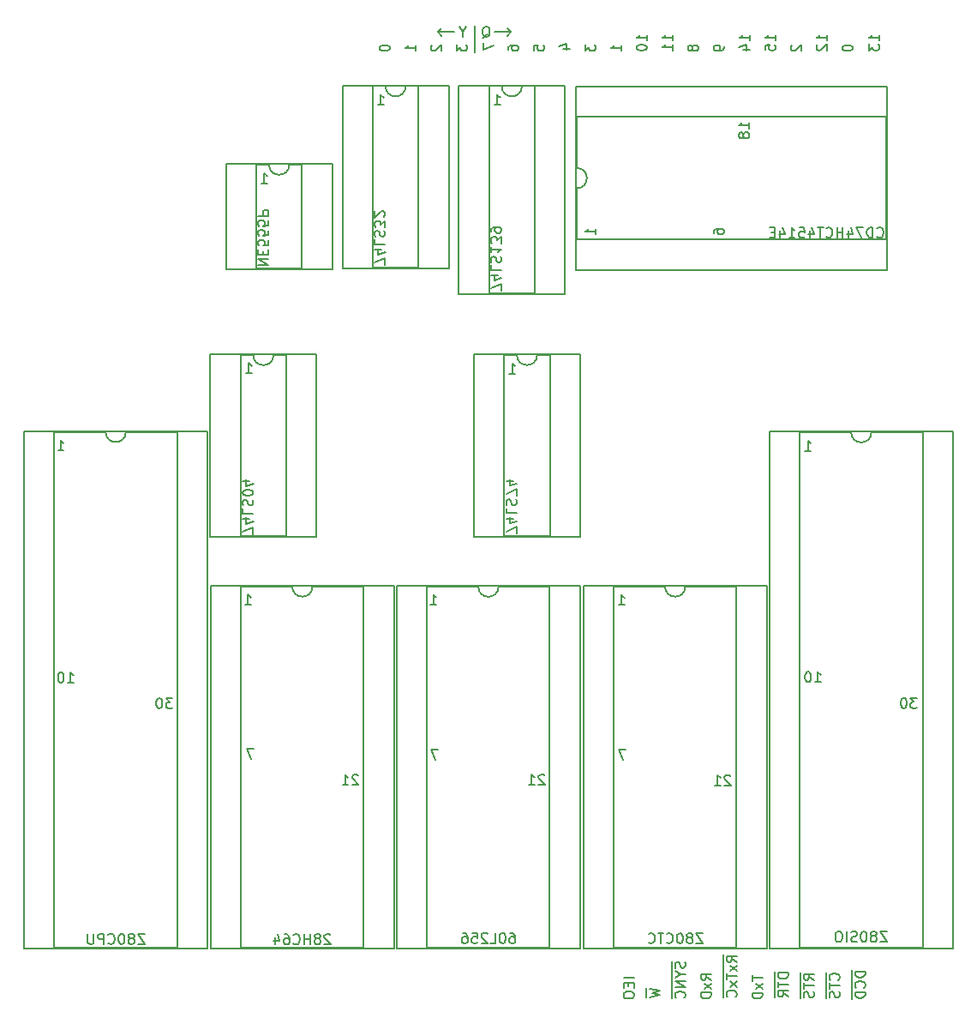
<source format=gbr>
%TF.GenerationSoftware,KiCad,Pcbnew,7.0.8*%
%TF.CreationDate,2023-10-23T18:15:10-04:00*%
%TF.ProjectId,jml-8-mini,6a6d6c2d-382d-46d6-996e-692e6b696361,B*%
%TF.SameCoordinates,Original*%
%TF.FileFunction,Legend,Bot*%
%TF.FilePolarity,Positive*%
%FSLAX46Y46*%
G04 Gerber Fmt 4.6, Leading zero omitted, Abs format (unit mm)*
G04 Created by KiCad (PCBNEW 7.0.8) date 2023-10-23 18:15:10*
%MOMM*%
%LPD*%
G01*
G04 APERTURE LIST*
%ADD10C,0.152400*%
G04 APERTURE END LIST*
D10*
X148785500Y-41940000D02*
X150436500Y-41940000D01*
X146817000Y-43972000D02*
X146817000Y-41305000D01*
X143578500Y-41559000D02*
X143197500Y-41940000D01*
X150055500Y-42321000D02*
X150436500Y-41940000D01*
X143578500Y-42321000D02*
X143197500Y-41940000D01*
X150055500Y-41559000D02*
X150436500Y-41940000D01*
X144848500Y-41940000D02*
X143197500Y-41940000D01*
X145646308Y-41958926D02*
X145646308Y-42442735D01*
X145984975Y-41426735D02*
X145646308Y-41958926D01*
X145646308Y-41958926D02*
X145307641Y-41426735D01*
X177794735Y-134835167D02*
X176778735Y-134835167D01*
X176778735Y-134835167D02*
X176778735Y-135077072D01*
X176778735Y-135077072D02*
X176827116Y-135222215D01*
X176827116Y-135222215D02*
X176923878Y-135318977D01*
X176923878Y-135318977D02*
X177020640Y-135367358D01*
X177020640Y-135367358D02*
X177214164Y-135415739D01*
X177214164Y-135415739D02*
X177359307Y-135415739D01*
X177359307Y-135415739D02*
X177552831Y-135367358D01*
X177552831Y-135367358D02*
X177649593Y-135318977D01*
X177649593Y-135318977D02*
X177746355Y-135222215D01*
X177746355Y-135222215D02*
X177794735Y-135077072D01*
X177794735Y-135077072D02*
X177794735Y-134835167D01*
X176778735Y-135706024D02*
X176778735Y-136286596D01*
X177794735Y-135996310D02*
X176778735Y-135996310D01*
X177794735Y-137205834D02*
X177310926Y-136867167D01*
X177794735Y-136625262D02*
X176778735Y-136625262D01*
X176778735Y-136625262D02*
X176778735Y-137012310D01*
X176778735Y-137012310D02*
X176827116Y-137109072D01*
X176827116Y-137109072D02*
X176875497Y-137157453D01*
X176875497Y-137157453D02*
X176972259Y-137205834D01*
X176972259Y-137205834D02*
X177117402Y-137205834D01*
X177117402Y-137205834D02*
X177214164Y-137157453D01*
X177214164Y-137157453D02*
X177262545Y-137109072D01*
X177262545Y-137109072D02*
X177310926Y-137012310D01*
X177310926Y-137012310D02*
X177310926Y-136625262D01*
X176496675Y-134694863D02*
X176496675Y-137297758D01*
X162554735Y-135343167D02*
X161538735Y-135343167D01*
X162022545Y-135826977D02*
X162022545Y-136165644D01*
X162554735Y-136310787D02*
X162554735Y-135826977D01*
X162554735Y-135826977D02*
X161538735Y-135826977D01*
X161538735Y-135826977D02*
X161538735Y-136310787D01*
X161538735Y-136939739D02*
X161538735Y-137133263D01*
X161538735Y-137133263D02*
X161587116Y-137230025D01*
X161587116Y-137230025D02*
X161683878Y-137326787D01*
X161683878Y-137326787D02*
X161877402Y-137375168D01*
X161877402Y-137375168D02*
X162216069Y-137375168D01*
X162216069Y-137375168D02*
X162409593Y-137326787D01*
X162409593Y-137326787D02*
X162506355Y-137230025D01*
X162506355Y-137230025D02*
X162554735Y-137133263D01*
X162554735Y-137133263D02*
X162554735Y-136939739D01*
X162554735Y-136939739D02*
X162506355Y-136842977D01*
X162506355Y-136842977D02*
X162409593Y-136746215D01*
X162409593Y-136746215D02*
X162216069Y-136697834D01*
X162216069Y-136697834D02*
X161877402Y-136697834D01*
X161877402Y-136697834D02*
X161683878Y-136746215D01*
X161683878Y-136746215D02*
X161587116Y-136842977D01*
X161587116Y-136842977D02*
X161538735Y-136939739D01*
X173989735Y-42814358D02*
X173989735Y-42233786D01*
X173989735Y-42524072D02*
X172973735Y-42524072D01*
X172973735Y-42524072D02*
X173118878Y-42427310D01*
X173118878Y-42427310D02*
X173215640Y-42330548D01*
X173215640Y-42330548D02*
X173264021Y-42233786D01*
X173312402Y-43685215D02*
X173989735Y-43685215D01*
X172925355Y-43443310D02*
X173651069Y-43201405D01*
X173651069Y-43201405D02*
X173651069Y-43830358D01*
X181609735Y-42814358D02*
X181609735Y-42233786D01*
X181609735Y-42524072D02*
X180593735Y-42524072D01*
X180593735Y-42524072D02*
X180738878Y-42427310D01*
X180738878Y-42427310D02*
X180835640Y-42330548D01*
X180835640Y-42330548D02*
X180884021Y-42233786D01*
X180690497Y-43201405D02*
X180642116Y-43249786D01*
X180642116Y-43249786D02*
X180593735Y-43346548D01*
X180593735Y-43346548D02*
X180593735Y-43588453D01*
X180593735Y-43588453D02*
X180642116Y-43685215D01*
X180642116Y-43685215D02*
X180690497Y-43733596D01*
X180690497Y-43733596D02*
X180787259Y-43781977D01*
X180787259Y-43781977D02*
X180884021Y-43781977D01*
X180884021Y-43781977D02*
X181029164Y-43733596D01*
X181029164Y-43733596D02*
X181609735Y-43153024D01*
X181609735Y-43153024D02*
X181609735Y-43781977D01*
X167586355Y-133770786D02*
X167634735Y-133915929D01*
X167634735Y-133915929D02*
X167634735Y-134157834D01*
X167634735Y-134157834D02*
X167586355Y-134254596D01*
X167586355Y-134254596D02*
X167537974Y-134302977D01*
X167537974Y-134302977D02*
X167441212Y-134351358D01*
X167441212Y-134351358D02*
X167344450Y-134351358D01*
X167344450Y-134351358D02*
X167247688Y-134302977D01*
X167247688Y-134302977D02*
X167199307Y-134254596D01*
X167199307Y-134254596D02*
X167150926Y-134157834D01*
X167150926Y-134157834D02*
X167102545Y-133964310D01*
X167102545Y-133964310D02*
X167054164Y-133867548D01*
X167054164Y-133867548D02*
X167005783Y-133819167D01*
X167005783Y-133819167D02*
X166909021Y-133770786D01*
X166909021Y-133770786D02*
X166812259Y-133770786D01*
X166812259Y-133770786D02*
X166715497Y-133819167D01*
X166715497Y-133819167D02*
X166667116Y-133867548D01*
X166667116Y-133867548D02*
X166618735Y-133964310D01*
X166618735Y-133964310D02*
X166618735Y-134206215D01*
X166618735Y-134206215D02*
X166667116Y-134351358D01*
X167150926Y-134980310D02*
X167634735Y-134980310D01*
X166618735Y-134641643D02*
X167150926Y-134980310D01*
X167150926Y-134980310D02*
X166618735Y-135318977D01*
X167634735Y-135657643D02*
X166618735Y-135657643D01*
X166618735Y-135657643D02*
X167634735Y-136238215D01*
X167634735Y-136238215D02*
X166618735Y-136238215D01*
X167537974Y-137302596D02*
X167586355Y-137254215D01*
X167586355Y-137254215D02*
X167634735Y-137109072D01*
X167634735Y-137109072D02*
X167634735Y-137012310D01*
X167634735Y-137012310D02*
X167586355Y-136867167D01*
X167586355Y-136867167D02*
X167489593Y-136770405D01*
X167489593Y-136770405D02*
X167392831Y-136722024D01*
X167392831Y-136722024D02*
X167199307Y-136673643D01*
X167199307Y-136673643D02*
X167054164Y-136673643D01*
X167054164Y-136673643D02*
X166860640Y-136722024D01*
X166860640Y-136722024D02*
X166763878Y-136770405D01*
X166763878Y-136770405D02*
X166667116Y-136867167D01*
X166667116Y-136867167D02*
X166618735Y-137012310D01*
X166618735Y-137012310D02*
X166618735Y-137109072D01*
X166618735Y-137109072D02*
X166667116Y-137254215D01*
X166667116Y-137254215D02*
X166715497Y-137302596D01*
X166336675Y-133678863D02*
X166336675Y-137394520D01*
X163829735Y-42814358D02*
X163829735Y-42233786D01*
X163829735Y-42524072D02*
X162813735Y-42524072D01*
X162813735Y-42524072D02*
X162958878Y-42427310D01*
X162958878Y-42427310D02*
X163055640Y-42330548D01*
X163055640Y-42330548D02*
X163104021Y-42233786D01*
X162813735Y-43443310D02*
X162813735Y-43540072D01*
X162813735Y-43540072D02*
X162862116Y-43636834D01*
X162862116Y-43636834D02*
X162910497Y-43685215D01*
X162910497Y-43685215D02*
X163007259Y-43733596D01*
X163007259Y-43733596D02*
X163200783Y-43781977D01*
X163200783Y-43781977D02*
X163442688Y-43781977D01*
X163442688Y-43781977D02*
X163636212Y-43733596D01*
X163636212Y-43733596D02*
X163732974Y-43685215D01*
X163732974Y-43685215D02*
X163781355Y-43636834D01*
X163781355Y-43636834D02*
X163829735Y-43540072D01*
X163829735Y-43540072D02*
X163829735Y-43443310D01*
X163829735Y-43443310D02*
X163781355Y-43346548D01*
X163781355Y-43346548D02*
X163732974Y-43298167D01*
X163732974Y-43298167D02*
X163636212Y-43249786D01*
X163636212Y-43249786D02*
X163442688Y-43201405D01*
X163442688Y-43201405D02*
X163200783Y-43201405D01*
X163200783Y-43201405D02*
X163007259Y-43249786D01*
X163007259Y-43249786D02*
X162910497Y-43298167D01*
X162910497Y-43298167D02*
X162862116Y-43346548D01*
X162862116Y-43346548D02*
X162813735Y-43443310D01*
X168329164Y-43443310D02*
X168280783Y-43346548D01*
X168280783Y-43346548D02*
X168232402Y-43298167D01*
X168232402Y-43298167D02*
X168135640Y-43249786D01*
X168135640Y-43249786D02*
X168087259Y-43249786D01*
X168087259Y-43249786D02*
X167990497Y-43298167D01*
X167990497Y-43298167D02*
X167942116Y-43346548D01*
X167942116Y-43346548D02*
X167893735Y-43443310D01*
X167893735Y-43443310D02*
X167893735Y-43636834D01*
X167893735Y-43636834D02*
X167942116Y-43733596D01*
X167942116Y-43733596D02*
X167990497Y-43781977D01*
X167990497Y-43781977D02*
X168087259Y-43830358D01*
X168087259Y-43830358D02*
X168135640Y-43830358D01*
X168135640Y-43830358D02*
X168232402Y-43781977D01*
X168232402Y-43781977D02*
X168280783Y-43733596D01*
X168280783Y-43733596D02*
X168329164Y-43636834D01*
X168329164Y-43636834D02*
X168329164Y-43443310D01*
X168329164Y-43443310D02*
X168377545Y-43346548D01*
X168377545Y-43346548D02*
X168425926Y-43298167D01*
X168425926Y-43298167D02*
X168522688Y-43249786D01*
X168522688Y-43249786D02*
X168716212Y-43249786D01*
X168716212Y-43249786D02*
X168812974Y-43298167D01*
X168812974Y-43298167D02*
X168861355Y-43346548D01*
X168861355Y-43346548D02*
X168909735Y-43443310D01*
X168909735Y-43443310D02*
X168909735Y-43636834D01*
X168909735Y-43636834D02*
X168861355Y-43733596D01*
X168861355Y-43733596D02*
X168812974Y-43781977D01*
X168812974Y-43781977D02*
X168716212Y-43830358D01*
X168716212Y-43830358D02*
X168522688Y-43830358D01*
X168522688Y-43830358D02*
X168425926Y-43781977D01*
X168425926Y-43781977D02*
X168377545Y-43733596D01*
X168377545Y-43733596D02*
X168329164Y-43636834D01*
X137413735Y-43491691D02*
X137413735Y-43588453D01*
X137413735Y-43588453D02*
X137462116Y-43685215D01*
X137462116Y-43685215D02*
X137510497Y-43733596D01*
X137510497Y-43733596D02*
X137607259Y-43781977D01*
X137607259Y-43781977D02*
X137800783Y-43830358D01*
X137800783Y-43830358D02*
X138042688Y-43830358D01*
X138042688Y-43830358D02*
X138236212Y-43781977D01*
X138236212Y-43781977D02*
X138332974Y-43733596D01*
X138332974Y-43733596D02*
X138381355Y-43685215D01*
X138381355Y-43685215D02*
X138429735Y-43588453D01*
X138429735Y-43588453D02*
X138429735Y-43491691D01*
X138429735Y-43491691D02*
X138381355Y-43394929D01*
X138381355Y-43394929D02*
X138332974Y-43346548D01*
X138332974Y-43346548D02*
X138236212Y-43298167D01*
X138236212Y-43298167D02*
X138042688Y-43249786D01*
X138042688Y-43249786D02*
X137800783Y-43249786D01*
X137800783Y-43249786D02*
X137607259Y-43298167D01*
X137607259Y-43298167D02*
X137510497Y-43346548D01*
X137510497Y-43346548D02*
X137462116Y-43394929D01*
X137462116Y-43394929D02*
X137413735Y-43491691D01*
X178150497Y-43249786D02*
X178102116Y-43298167D01*
X178102116Y-43298167D02*
X178053735Y-43394929D01*
X178053735Y-43394929D02*
X178053735Y-43636834D01*
X178053735Y-43636834D02*
X178102116Y-43733596D01*
X178102116Y-43733596D02*
X178150497Y-43781977D01*
X178150497Y-43781977D02*
X178247259Y-43830358D01*
X178247259Y-43830358D02*
X178344021Y-43830358D01*
X178344021Y-43830358D02*
X178489164Y-43781977D01*
X178489164Y-43781977D02*
X179069735Y-43201405D01*
X179069735Y-43201405D02*
X179069735Y-43830358D01*
X170174735Y-135542739D02*
X169690926Y-135204072D01*
X170174735Y-134962167D02*
X169158735Y-134962167D01*
X169158735Y-134962167D02*
X169158735Y-135349215D01*
X169158735Y-135349215D02*
X169207116Y-135445977D01*
X169207116Y-135445977D02*
X169255497Y-135494358D01*
X169255497Y-135494358D02*
X169352259Y-135542739D01*
X169352259Y-135542739D02*
X169497402Y-135542739D01*
X169497402Y-135542739D02*
X169594164Y-135494358D01*
X169594164Y-135494358D02*
X169642545Y-135445977D01*
X169642545Y-135445977D02*
X169690926Y-135349215D01*
X169690926Y-135349215D02*
X169690926Y-134962167D01*
X170174735Y-135881405D02*
X169497402Y-136413596D01*
X169497402Y-135881405D02*
X170174735Y-136413596D01*
X170174735Y-136800643D02*
X169158735Y-136800643D01*
X169158735Y-136800643D02*
X169158735Y-137042548D01*
X169158735Y-137042548D02*
X169207116Y-137187691D01*
X169207116Y-137187691D02*
X169303878Y-137284453D01*
X169303878Y-137284453D02*
X169400640Y-137332834D01*
X169400640Y-137332834D02*
X169594164Y-137381215D01*
X169594164Y-137381215D02*
X169739307Y-137381215D01*
X169739307Y-137381215D02*
X169932831Y-137332834D01*
X169932831Y-137332834D02*
X170029593Y-137284453D01*
X170029593Y-137284453D02*
X170126355Y-137187691D01*
X170126355Y-137187691D02*
X170174735Y-137042548D01*
X170174735Y-137042548D02*
X170174735Y-136800643D01*
X171449735Y-43346548D02*
X171449735Y-43540072D01*
X171449735Y-43540072D02*
X171401355Y-43636834D01*
X171401355Y-43636834D02*
X171352974Y-43685215D01*
X171352974Y-43685215D02*
X171207831Y-43781977D01*
X171207831Y-43781977D02*
X171014307Y-43830358D01*
X171014307Y-43830358D02*
X170627259Y-43830358D01*
X170627259Y-43830358D02*
X170530497Y-43781977D01*
X170530497Y-43781977D02*
X170482116Y-43733596D01*
X170482116Y-43733596D02*
X170433735Y-43636834D01*
X170433735Y-43636834D02*
X170433735Y-43443310D01*
X170433735Y-43443310D02*
X170482116Y-43346548D01*
X170482116Y-43346548D02*
X170530497Y-43298167D01*
X170530497Y-43298167D02*
X170627259Y-43249786D01*
X170627259Y-43249786D02*
X170869164Y-43249786D01*
X170869164Y-43249786D02*
X170965926Y-43298167D01*
X170965926Y-43298167D02*
X171014307Y-43346548D01*
X171014307Y-43346548D02*
X171062688Y-43443310D01*
X171062688Y-43443310D02*
X171062688Y-43636834D01*
X171062688Y-43636834D02*
X171014307Y-43733596D01*
X171014307Y-43733596D02*
X170965926Y-43781977D01*
X170965926Y-43781977D02*
X170869164Y-43830358D01*
X155532402Y-43606596D02*
X156209735Y-43606596D01*
X155145355Y-43364691D02*
X155871069Y-43122786D01*
X155871069Y-43122786D02*
X155871069Y-43751739D01*
X147700735Y-43074405D02*
X147700735Y-43751739D01*
X147700735Y-43751739D02*
X148716735Y-43316310D01*
X172714735Y-133764739D02*
X172230926Y-133426072D01*
X172714735Y-133184167D02*
X171698735Y-133184167D01*
X171698735Y-133184167D02*
X171698735Y-133571215D01*
X171698735Y-133571215D02*
X171747116Y-133667977D01*
X171747116Y-133667977D02*
X171795497Y-133716358D01*
X171795497Y-133716358D02*
X171892259Y-133764739D01*
X171892259Y-133764739D02*
X172037402Y-133764739D01*
X172037402Y-133764739D02*
X172134164Y-133716358D01*
X172134164Y-133716358D02*
X172182545Y-133667977D01*
X172182545Y-133667977D02*
X172230926Y-133571215D01*
X172230926Y-133571215D02*
X172230926Y-133184167D01*
X172714735Y-134103405D02*
X172037402Y-134635596D01*
X172037402Y-134103405D02*
X172714735Y-134635596D01*
X171698735Y-134877500D02*
X171698735Y-135458072D01*
X172714735Y-135167786D02*
X171698735Y-135167786D01*
X172714735Y-135699976D02*
X172037402Y-136232167D01*
X172037402Y-135699976D02*
X172714735Y-136232167D01*
X172617974Y-137199786D02*
X172666355Y-137151405D01*
X172666355Y-137151405D02*
X172714735Y-137006262D01*
X172714735Y-137006262D02*
X172714735Y-136909500D01*
X172714735Y-136909500D02*
X172666355Y-136764357D01*
X172666355Y-136764357D02*
X172569593Y-136667595D01*
X172569593Y-136667595D02*
X172472831Y-136619214D01*
X172472831Y-136619214D02*
X172279307Y-136570833D01*
X172279307Y-136570833D02*
X172134164Y-136570833D01*
X172134164Y-136570833D02*
X171940640Y-136619214D01*
X171940640Y-136619214D02*
X171843878Y-136667595D01*
X171843878Y-136667595D02*
X171747116Y-136764357D01*
X171747116Y-136764357D02*
X171698735Y-136909500D01*
X171698735Y-136909500D02*
X171698735Y-137006262D01*
X171698735Y-137006262D02*
X171747116Y-137151405D01*
X171747116Y-137151405D02*
X171795497Y-137199786D01*
X171416675Y-133043863D02*
X171416675Y-137291710D01*
X145033735Y-43201405D02*
X145033735Y-43830358D01*
X145033735Y-43830358D02*
X145420783Y-43491691D01*
X145420783Y-43491691D02*
X145420783Y-43636834D01*
X145420783Y-43636834D02*
X145469164Y-43733596D01*
X145469164Y-43733596D02*
X145517545Y-43781977D01*
X145517545Y-43781977D02*
X145614307Y-43830358D01*
X145614307Y-43830358D02*
X145856212Y-43830358D01*
X145856212Y-43830358D02*
X145952974Y-43781977D01*
X145952974Y-43781977D02*
X146001355Y-43733596D01*
X146001355Y-43733596D02*
X146049735Y-43636834D01*
X146049735Y-43636834D02*
X146049735Y-43346548D01*
X146049735Y-43346548D02*
X146001355Y-43249786D01*
X146001355Y-43249786D02*
X145952974Y-43201405D01*
X183133735Y-43491691D02*
X183133735Y-43588453D01*
X183133735Y-43588453D02*
X183182116Y-43685215D01*
X183182116Y-43685215D02*
X183230497Y-43733596D01*
X183230497Y-43733596D02*
X183327259Y-43781977D01*
X183327259Y-43781977D02*
X183520783Y-43830358D01*
X183520783Y-43830358D02*
X183762688Y-43830358D01*
X183762688Y-43830358D02*
X183956212Y-43781977D01*
X183956212Y-43781977D02*
X184052974Y-43733596D01*
X184052974Y-43733596D02*
X184101355Y-43685215D01*
X184101355Y-43685215D02*
X184149735Y-43588453D01*
X184149735Y-43588453D02*
X184149735Y-43491691D01*
X184149735Y-43491691D02*
X184101355Y-43394929D01*
X184101355Y-43394929D02*
X184052974Y-43346548D01*
X184052974Y-43346548D02*
X183956212Y-43298167D01*
X183956212Y-43298167D02*
X183762688Y-43249786D01*
X183762688Y-43249786D02*
X183520783Y-43249786D01*
X183520783Y-43249786D02*
X183327259Y-43298167D01*
X183327259Y-43298167D02*
X183230497Y-43346548D01*
X183230497Y-43346548D02*
X183182116Y-43394929D01*
X183182116Y-43394929D02*
X183133735Y-43491691D01*
X164078735Y-136389405D02*
X165094735Y-136631310D01*
X165094735Y-136631310D02*
X164369021Y-136824834D01*
X164369021Y-136824834D02*
X165094735Y-137018358D01*
X165094735Y-137018358D02*
X164078735Y-137260263D01*
X163796675Y-136345863D02*
X163796675Y-137303806D01*
X157733735Y-43201405D02*
X157733735Y-43830358D01*
X157733735Y-43830358D02*
X158120783Y-43491691D01*
X158120783Y-43491691D02*
X158120783Y-43636834D01*
X158120783Y-43636834D02*
X158169164Y-43733596D01*
X158169164Y-43733596D02*
X158217545Y-43781977D01*
X158217545Y-43781977D02*
X158314307Y-43830358D01*
X158314307Y-43830358D02*
X158556212Y-43830358D01*
X158556212Y-43830358D02*
X158652974Y-43781977D01*
X158652974Y-43781977D02*
X158701355Y-43733596D01*
X158701355Y-43733596D02*
X158749735Y-43636834D01*
X158749735Y-43636834D02*
X158749735Y-43346548D01*
X158749735Y-43346548D02*
X158701355Y-43249786D01*
X158701355Y-43249786D02*
X158652974Y-43201405D01*
X140969735Y-43830358D02*
X140969735Y-43249786D01*
X140969735Y-43540072D02*
X139953735Y-43540072D01*
X139953735Y-43540072D02*
X140098878Y-43443310D01*
X140098878Y-43443310D02*
X140195640Y-43346548D01*
X140195640Y-43346548D02*
X140244021Y-43249786D01*
X147575498Y-42539497D02*
X147672260Y-42491116D01*
X147672260Y-42491116D02*
X147769022Y-42394355D01*
X147769022Y-42394355D02*
X147914165Y-42249212D01*
X147914165Y-42249212D02*
X148010927Y-42200831D01*
X148010927Y-42200831D02*
X148107689Y-42200831D01*
X148059308Y-42442735D02*
X148156070Y-42394355D01*
X148156070Y-42394355D02*
X148252832Y-42297593D01*
X148252832Y-42297593D02*
X148301213Y-42104069D01*
X148301213Y-42104069D02*
X148301213Y-41765402D01*
X148301213Y-41765402D02*
X148252832Y-41571878D01*
X148252832Y-41571878D02*
X148156070Y-41475116D01*
X148156070Y-41475116D02*
X148059308Y-41426735D01*
X148059308Y-41426735D02*
X147865784Y-41426735D01*
X147865784Y-41426735D02*
X147769022Y-41475116D01*
X147769022Y-41475116D02*
X147672260Y-41571878D01*
X147672260Y-41571878D02*
X147623879Y-41765402D01*
X147623879Y-41765402D02*
X147623879Y-42104069D01*
X147623879Y-42104069D02*
X147672260Y-42297593D01*
X147672260Y-42297593D02*
X147769022Y-42394355D01*
X147769022Y-42394355D02*
X147865784Y-42442735D01*
X147865784Y-42442735D02*
X148059308Y-42442735D01*
X142590497Y-43249786D02*
X142542116Y-43298167D01*
X142542116Y-43298167D02*
X142493735Y-43394929D01*
X142493735Y-43394929D02*
X142493735Y-43636834D01*
X142493735Y-43636834D02*
X142542116Y-43733596D01*
X142542116Y-43733596D02*
X142590497Y-43781977D01*
X142590497Y-43781977D02*
X142687259Y-43830358D01*
X142687259Y-43830358D02*
X142784021Y-43830358D01*
X142784021Y-43830358D02*
X142929164Y-43781977D01*
X142929164Y-43781977D02*
X143509735Y-43201405D01*
X143509735Y-43201405D02*
X143509735Y-43830358D01*
X174238735Y-135071024D02*
X174238735Y-135651596D01*
X175254735Y-135361310D02*
X174238735Y-135361310D01*
X175254735Y-135893500D02*
X174577402Y-136425691D01*
X174577402Y-135893500D02*
X175254735Y-136425691D01*
X175254735Y-136812738D02*
X174238735Y-136812738D01*
X174238735Y-136812738D02*
X174238735Y-137054643D01*
X174238735Y-137054643D02*
X174287116Y-137199786D01*
X174287116Y-137199786D02*
X174383878Y-137296548D01*
X174383878Y-137296548D02*
X174480640Y-137344929D01*
X174480640Y-137344929D02*
X174674164Y-137393310D01*
X174674164Y-137393310D02*
X174819307Y-137393310D01*
X174819307Y-137393310D02*
X175012831Y-137344929D01*
X175012831Y-137344929D02*
X175109593Y-137296548D01*
X175109593Y-137296548D02*
X175206355Y-137199786D01*
X175206355Y-137199786D02*
X175254735Y-137054643D01*
X175254735Y-137054643D02*
X175254735Y-136812738D01*
X152653735Y-43781977D02*
X152653735Y-43298167D01*
X152653735Y-43298167D02*
X153137545Y-43249786D01*
X153137545Y-43249786D02*
X153089164Y-43298167D01*
X153089164Y-43298167D02*
X153040783Y-43394929D01*
X153040783Y-43394929D02*
X153040783Y-43636834D01*
X153040783Y-43636834D02*
X153089164Y-43733596D01*
X153089164Y-43733596D02*
X153137545Y-43781977D01*
X153137545Y-43781977D02*
X153234307Y-43830358D01*
X153234307Y-43830358D02*
X153476212Y-43830358D01*
X153476212Y-43830358D02*
X153572974Y-43781977D01*
X153572974Y-43781977D02*
X153621355Y-43733596D01*
X153621355Y-43733596D02*
X153669735Y-43636834D01*
X153669735Y-43636834D02*
X153669735Y-43394929D01*
X153669735Y-43394929D02*
X153621355Y-43298167D01*
X153621355Y-43298167D02*
X153572974Y-43249786D01*
X182777974Y-135542739D02*
X182826355Y-135494358D01*
X182826355Y-135494358D02*
X182874735Y-135349215D01*
X182874735Y-135349215D02*
X182874735Y-135252453D01*
X182874735Y-135252453D02*
X182826355Y-135107310D01*
X182826355Y-135107310D02*
X182729593Y-135010548D01*
X182729593Y-135010548D02*
X182632831Y-134962167D01*
X182632831Y-134962167D02*
X182439307Y-134913786D01*
X182439307Y-134913786D02*
X182294164Y-134913786D01*
X182294164Y-134913786D02*
X182100640Y-134962167D01*
X182100640Y-134962167D02*
X182003878Y-135010548D01*
X182003878Y-135010548D02*
X181907116Y-135107310D01*
X181907116Y-135107310D02*
X181858735Y-135252453D01*
X181858735Y-135252453D02*
X181858735Y-135349215D01*
X181858735Y-135349215D02*
X181907116Y-135494358D01*
X181907116Y-135494358D02*
X181955497Y-135542739D01*
X181858735Y-135833024D02*
X181858735Y-136413596D01*
X182874735Y-136123310D02*
X181858735Y-136123310D01*
X182826355Y-136703881D02*
X182874735Y-136849024D01*
X182874735Y-136849024D02*
X182874735Y-137090929D01*
X182874735Y-137090929D02*
X182826355Y-137187691D01*
X182826355Y-137187691D02*
X182777974Y-137236072D01*
X182777974Y-137236072D02*
X182681212Y-137284453D01*
X182681212Y-137284453D02*
X182584450Y-137284453D01*
X182584450Y-137284453D02*
X182487688Y-137236072D01*
X182487688Y-137236072D02*
X182439307Y-137187691D01*
X182439307Y-137187691D02*
X182390926Y-137090929D01*
X182390926Y-137090929D02*
X182342545Y-136897405D01*
X182342545Y-136897405D02*
X182294164Y-136800643D01*
X182294164Y-136800643D02*
X182245783Y-136752262D01*
X182245783Y-136752262D02*
X182149021Y-136703881D01*
X182149021Y-136703881D02*
X182052259Y-136703881D01*
X182052259Y-136703881D02*
X181955497Y-136752262D01*
X181955497Y-136752262D02*
X181907116Y-136800643D01*
X181907116Y-136800643D02*
X181858735Y-136897405D01*
X181858735Y-136897405D02*
X181858735Y-137139310D01*
X181858735Y-137139310D02*
X181907116Y-137284453D01*
X181576675Y-134821863D02*
X181576675Y-137376377D01*
X161289735Y-43830358D02*
X161289735Y-43249786D01*
X161289735Y-43540072D02*
X160273735Y-43540072D01*
X160273735Y-43540072D02*
X160418878Y-43443310D01*
X160418878Y-43443310D02*
X160515640Y-43346548D01*
X160515640Y-43346548D02*
X160564021Y-43249786D01*
X186776095Y-42814358D02*
X186776095Y-42233786D01*
X186776095Y-42524072D02*
X185760095Y-42524072D01*
X185760095Y-42524072D02*
X185905238Y-42427310D01*
X185905238Y-42427310D02*
X186002000Y-42330548D01*
X186002000Y-42330548D02*
X186050381Y-42233786D01*
X185760095Y-43153024D02*
X185760095Y-43781977D01*
X185760095Y-43781977D02*
X186147143Y-43443310D01*
X186147143Y-43443310D02*
X186147143Y-43588453D01*
X186147143Y-43588453D02*
X186195524Y-43685215D01*
X186195524Y-43685215D02*
X186243905Y-43733596D01*
X186243905Y-43733596D02*
X186340667Y-43781977D01*
X186340667Y-43781977D02*
X186582572Y-43781977D01*
X186582572Y-43781977D02*
X186679334Y-43733596D01*
X186679334Y-43733596D02*
X186727715Y-43685215D01*
X186727715Y-43685215D02*
X186776095Y-43588453D01*
X186776095Y-43588453D02*
X186776095Y-43298167D01*
X186776095Y-43298167D02*
X186727715Y-43201405D01*
X186727715Y-43201405D02*
X186679334Y-43153024D01*
X180334735Y-135542739D02*
X179850926Y-135204072D01*
X180334735Y-134962167D02*
X179318735Y-134962167D01*
X179318735Y-134962167D02*
X179318735Y-135349215D01*
X179318735Y-135349215D02*
X179367116Y-135445977D01*
X179367116Y-135445977D02*
X179415497Y-135494358D01*
X179415497Y-135494358D02*
X179512259Y-135542739D01*
X179512259Y-135542739D02*
X179657402Y-135542739D01*
X179657402Y-135542739D02*
X179754164Y-135494358D01*
X179754164Y-135494358D02*
X179802545Y-135445977D01*
X179802545Y-135445977D02*
X179850926Y-135349215D01*
X179850926Y-135349215D02*
X179850926Y-134962167D01*
X179318735Y-135833024D02*
X179318735Y-136413596D01*
X180334735Y-136123310D02*
X179318735Y-136123310D01*
X180286355Y-136703881D02*
X180334735Y-136849024D01*
X180334735Y-136849024D02*
X180334735Y-137090929D01*
X180334735Y-137090929D02*
X180286355Y-137187691D01*
X180286355Y-137187691D02*
X180237974Y-137236072D01*
X180237974Y-137236072D02*
X180141212Y-137284453D01*
X180141212Y-137284453D02*
X180044450Y-137284453D01*
X180044450Y-137284453D02*
X179947688Y-137236072D01*
X179947688Y-137236072D02*
X179899307Y-137187691D01*
X179899307Y-137187691D02*
X179850926Y-137090929D01*
X179850926Y-137090929D02*
X179802545Y-136897405D01*
X179802545Y-136897405D02*
X179754164Y-136800643D01*
X179754164Y-136800643D02*
X179705783Y-136752262D01*
X179705783Y-136752262D02*
X179609021Y-136703881D01*
X179609021Y-136703881D02*
X179512259Y-136703881D01*
X179512259Y-136703881D02*
X179415497Y-136752262D01*
X179415497Y-136752262D02*
X179367116Y-136800643D01*
X179367116Y-136800643D02*
X179318735Y-136897405D01*
X179318735Y-136897405D02*
X179318735Y-137139310D01*
X179318735Y-137139310D02*
X179367116Y-137284453D01*
X179036675Y-134821863D02*
X179036675Y-137376377D01*
X185414735Y-134708167D02*
X184398735Y-134708167D01*
X184398735Y-134708167D02*
X184398735Y-134950072D01*
X184398735Y-134950072D02*
X184447116Y-135095215D01*
X184447116Y-135095215D02*
X184543878Y-135191977D01*
X184543878Y-135191977D02*
X184640640Y-135240358D01*
X184640640Y-135240358D02*
X184834164Y-135288739D01*
X184834164Y-135288739D02*
X184979307Y-135288739D01*
X184979307Y-135288739D02*
X185172831Y-135240358D01*
X185172831Y-135240358D02*
X185269593Y-135191977D01*
X185269593Y-135191977D02*
X185366355Y-135095215D01*
X185366355Y-135095215D02*
X185414735Y-134950072D01*
X185414735Y-134950072D02*
X185414735Y-134708167D01*
X185317974Y-136304739D02*
X185366355Y-136256358D01*
X185366355Y-136256358D02*
X185414735Y-136111215D01*
X185414735Y-136111215D02*
X185414735Y-136014453D01*
X185414735Y-136014453D02*
X185366355Y-135869310D01*
X185366355Y-135869310D02*
X185269593Y-135772548D01*
X185269593Y-135772548D02*
X185172831Y-135724167D01*
X185172831Y-135724167D02*
X184979307Y-135675786D01*
X184979307Y-135675786D02*
X184834164Y-135675786D01*
X184834164Y-135675786D02*
X184640640Y-135724167D01*
X184640640Y-135724167D02*
X184543878Y-135772548D01*
X184543878Y-135772548D02*
X184447116Y-135869310D01*
X184447116Y-135869310D02*
X184398735Y-136014453D01*
X184398735Y-136014453D02*
X184398735Y-136111215D01*
X184398735Y-136111215D02*
X184447116Y-136256358D01*
X184447116Y-136256358D02*
X184495497Y-136304739D01*
X185414735Y-136740167D02*
X184398735Y-136740167D01*
X184398735Y-136740167D02*
X184398735Y-136982072D01*
X184398735Y-136982072D02*
X184447116Y-137127215D01*
X184447116Y-137127215D02*
X184543878Y-137223977D01*
X184543878Y-137223977D02*
X184640640Y-137272358D01*
X184640640Y-137272358D02*
X184834164Y-137320739D01*
X184834164Y-137320739D02*
X184979307Y-137320739D01*
X184979307Y-137320739D02*
X185172831Y-137272358D01*
X185172831Y-137272358D02*
X185269593Y-137223977D01*
X185269593Y-137223977D02*
X185366355Y-137127215D01*
X185366355Y-137127215D02*
X185414735Y-136982072D01*
X185414735Y-136982072D02*
X185414735Y-136740167D01*
X184116675Y-134567863D02*
X184116675Y-137412663D01*
X166369735Y-42814358D02*
X166369735Y-42233786D01*
X166369735Y-42524072D02*
X165353735Y-42524072D01*
X165353735Y-42524072D02*
X165498878Y-42427310D01*
X165498878Y-42427310D02*
X165595640Y-42330548D01*
X165595640Y-42330548D02*
X165644021Y-42233786D01*
X166369735Y-43781977D02*
X166369735Y-43201405D01*
X166369735Y-43491691D02*
X165353735Y-43491691D01*
X165353735Y-43491691D02*
X165498878Y-43394929D01*
X165498878Y-43394929D02*
X165595640Y-43298167D01*
X165595640Y-43298167D02*
X165644021Y-43201405D01*
X150113735Y-43733596D02*
X150113735Y-43540072D01*
X150113735Y-43540072D02*
X150162116Y-43443310D01*
X150162116Y-43443310D02*
X150210497Y-43394929D01*
X150210497Y-43394929D02*
X150355640Y-43298167D01*
X150355640Y-43298167D02*
X150549164Y-43249786D01*
X150549164Y-43249786D02*
X150936212Y-43249786D01*
X150936212Y-43249786D02*
X151032974Y-43298167D01*
X151032974Y-43298167D02*
X151081355Y-43346548D01*
X151081355Y-43346548D02*
X151129735Y-43443310D01*
X151129735Y-43443310D02*
X151129735Y-43636834D01*
X151129735Y-43636834D02*
X151081355Y-43733596D01*
X151081355Y-43733596D02*
X151032974Y-43781977D01*
X151032974Y-43781977D02*
X150936212Y-43830358D01*
X150936212Y-43830358D02*
X150694307Y-43830358D01*
X150694307Y-43830358D02*
X150597545Y-43781977D01*
X150597545Y-43781977D02*
X150549164Y-43733596D01*
X150549164Y-43733596D02*
X150500783Y-43636834D01*
X150500783Y-43636834D02*
X150500783Y-43443310D01*
X150500783Y-43443310D02*
X150549164Y-43346548D01*
X150549164Y-43346548D02*
X150597545Y-43298167D01*
X150597545Y-43298167D02*
X150694307Y-43249786D01*
X176529735Y-42814358D02*
X176529735Y-42233786D01*
X176529735Y-42524072D02*
X175513735Y-42524072D01*
X175513735Y-42524072D02*
X175658878Y-42427310D01*
X175658878Y-42427310D02*
X175755640Y-42330548D01*
X175755640Y-42330548D02*
X175804021Y-42233786D01*
X175513735Y-43733596D02*
X175513735Y-43249786D01*
X175513735Y-43249786D02*
X175997545Y-43201405D01*
X175997545Y-43201405D02*
X175949164Y-43249786D01*
X175949164Y-43249786D02*
X175900783Y-43346548D01*
X175900783Y-43346548D02*
X175900783Y-43588453D01*
X175900783Y-43588453D02*
X175949164Y-43685215D01*
X175949164Y-43685215D02*
X175997545Y-43733596D01*
X175997545Y-43733596D02*
X176094307Y-43781977D01*
X176094307Y-43781977D02*
X176336212Y-43781977D01*
X176336212Y-43781977D02*
X176432974Y-43733596D01*
X176432974Y-43733596D02*
X176481355Y-43685215D01*
X176481355Y-43685215D02*
X176529735Y-43588453D01*
X176529735Y-43588453D02*
X176529735Y-43346548D01*
X176529735Y-43346548D02*
X176481355Y-43249786D01*
X176481355Y-43249786D02*
X176432974Y-43201405D01*
X114213594Y-130995735D02*
X113536260Y-130995735D01*
X113536260Y-130995735D02*
X114213594Y-132011735D01*
X114213594Y-132011735D02*
X113536260Y-132011735D01*
X113004070Y-131431164D02*
X113100832Y-131382783D01*
X113100832Y-131382783D02*
X113149213Y-131334402D01*
X113149213Y-131334402D02*
X113197594Y-131237640D01*
X113197594Y-131237640D02*
X113197594Y-131189259D01*
X113197594Y-131189259D02*
X113149213Y-131092497D01*
X113149213Y-131092497D02*
X113100832Y-131044116D01*
X113100832Y-131044116D02*
X113004070Y-130995735D01*
X113004070Y-130995735D02*
X112810546Y-130995735D01*
X112810546Y-130995735D02*
X112713784Y-131044116D01*
X112713784Y-131044116D02*
X112665403Y-131092497D01*
X112665403Y-131092497D02*
X112617022Y-131189259D01*
X112617022Y-131189259D02*
X112617022Y-131237640D01*
X112617022Y-131237640D02*
X112665403Y-131334402D01*
X112665403Y-131334402D02*
X112713784Y-131382783D01*
X112713784Y-131382783D02*
X112810546Y-131431164D01*
X112810546Y-131431164D02*
X113004070Y-131431164D01*
X113004070Y-131431164D02*
X113100832Y-131479545D01*
X113100832Y-131479545D02*
X113149213Y-131527926D01*
X113149213Y-131527926D02*
X113197594Y-131624688D01*
X113197594Y-131624688D02*
X113197594Y-131818212D01*
X113197594Y-131818212D02*
X113149213Y-131914974D01*
X113149213Y-131914974D02*
X113100832Y-131963355D01*
X113100832Y-131963355D02*
X113004070Y-132011735D01*
X113004070Y-132011735D02*
X112810546Y-132011735D01*
X112810546Y-132011735D02*
X112713784Y-131963355D01*
X112713784Y-131963355D02*
X112665403Y-131914974D01*
X112665403Y-131914974D02*
X112617022Y-131818212D01*
X112617022Y-131818212D02*
X112617022Y-131624688D01*
X112617022Y-131624688D02*
X112665403Y-131527926D01*
X112665403Y-131527926D02*
X112713784Y-131479545D01*
X112713784Y-131479545D02*
X112810546Y-131431164D01*
X111988070Y-130995735D02*
X111891308Y-130995735D01*
X111891308Y-130995735D02*
X111794546Y-131044116D01*
X111794546Y-131044116D02*
X111746165Y-131092497D01*
X111746165Y-131092497D02*
X111697784Y-131189259D01*
X111697784Y-131189259D02*
X111649403Y-131382783D01*
X111649403Y-131382783D02*
X111649403Y-131624688D01*
X111649403Y-131624688D02*
X111697784Y-131818212D01*
X111697784Y-131818212D02*
X111746165Y-131914974D01*
X111746165Y-131914974D02*
X111794546Y-131963355D01*
X111794546Y-131963355D02*
X111891308Y-132011735D01*
X111891308Y-132011735D02*
X111988070Y-132011735D01*
X111988070Y-132011735D02*
X112084832Y-131963355D01*
X112084832Y-131963355D02*
X112133213Y-131914974D01*
X112133213Y-131914974D02*
X112181594Y-131818212D01*
X112181594Y-131818212D02*
X112229975Y-131624688D01*
X112229975Y-131624688D02*
X112229975Y-131382783D01*
X112229975Y-131382783D02*
X112181594Y-131189259D01*
X112181594Y-131189259D02*
X112133213Y-131092497D01*
X112133213Y-131092497D02*
X112084832Y-131044116D01*
X112084832Y-131044116D02*
X111988070Y-130995735D01*
X110633403Y-131914974D02*
X110681784Y-131963355D01*
X110681784Y-131963355D02*
X110826927Y-132011735D01*
X110826927Y-132011735D02*
X110923689Y-132011735D01*
X110923689Y-132011735D02*
X111068832Y-131963355D01*
X111068832Y-131963355D02*
X111165594Y-131866593D01*
X111165594Y-131866593D02*
X111213975Y-131769831D01*
X111213975Y-131769831D02*
X111262356Y-131576307D01*
X111262356Y-131576307D02*
X111262356Y-131431164D01*
X111262356Y-131431164D02*
X111213975Y-131237640D01*
X111213975Y-131237640D02*
X111165594Y-131140878D01*
X111165594Y-131140878D02*
X111068832Y-131044116D01*
X111068832Y-131044116D02*
X110923689Y-130995735D01*
X110923689Y-130995735D02*
X110826927Y-130995735D01*
X110826927Y-130995735D02*
X110681784Y-131044116D01*
X110681784Y-131044116D02*
X110633403Y-131092497D01*
X110197975Y-132011735D02*
X110197975Y-130995735D01*
X110197975Y-130995735D02*
X109810927Y-130995735D01*
X109810927Y-130995735D02*
X109714165Y-131044116D01*
X109714165Y-131044116D02*
X109665784Y-131092497D01*
X109665784Y-131092497D02*
X109617403Y-131189259D01*
X109617403Y-131189259D02*
X109617403Y-131334402D01*
X109617403Y-131334402D02*
X109665784Y-131431164D01*
X109665784Y-131431164D02*
X109714165Y-131479545D01*
X109714165Y-131479545D02*
X109810927Y-131527926D01*
X109810927Y-131527926D02*
X110197975Y-131527926D01*
X109181975Y-130995735D02*
X109181975Y-131818212D01*
X109181975Y-131818212D02*
X109133594Y-131914974D01*
X109133594Y-131914974D02*
X109085213Y-131963355D01*
X109085213Y-131963355D02*
X108988451Y-132011735D01*
X108988451Y-132011735D02*
X108794927Y-132011735D01*
X108794927Y-132011735D02*
X108698165Y-131963355D01*
X108698165Y-131963355D02*
X108649784Y-131914974D01*
X108649784Y-131914974D02*
X108601403Y-131818212D01*
X108601403Y-131818212D02*
X108601403Y-130995735D01*
X106624641Y-106191735D02*
X107205213Y-106191735D01*
X106914927Y-106191735D02*
X106914927Y-105175735D01*
X106914927Y-105175735D02*
X107011689Y-105320878D01*
X107011689Y-105320878D02*
X107108451Y-105417640D01*
X107108451Y-105417640D02*
X107205213Y-105466021D01*
X105995689Y-105175735D02*
X105898927Y-105175735D01*
X105898927Y-105175735D02*
X105802165Y-105224116D01*
X105802165Y-105224116D02*
X105753784Y-105272497D01*
X105753784Y-105272497D02*
X105705403Y-105369259D01*
X105705403Y-105369259D02*
X105657022Y-105562783D01*
X105657022Y-105562783D02*
X105657022Y-105804688D01*
X105657022Y-105804688D02*
X105705403Y-105998212D01*
X105705403Y-105998212D02*
X105753784Y-106094974D01*
X105753784Y-106094974D02*
X105802165Y-106143355D01*
X105802165Y-106143355D02*
X105898927Y-106191735D01*
X105898927Y-106191735D02*
X105995689Y-106191735D01*
X105995689Y-106191735D02*
X106092451Y-106143355D01*
X106092451Y-106143355D02*
X106140832Y-106094974D01*
X106140832Y-106094974D02*
X106189213Y-105998212D01*
X106189213Y-105998212D02*
X106237594Y-105804688D01*
X106237594Y-105804688D02*
X106237594Y-105562783D01*
X106237594Y-105562783D02*
X106189213Y-105369259D01*
X106189213Y-105369259D02*
X106140832Y-105272497D01*
X106140832Y-105272497D02*
X106092451Y-105224116D01*
X106092451Y-105224116D02*
X105995689Y-105175735D01*
X105654641Y-83281735D02*
X106235213Y-83281735D01*
X105944927Y-83281735D02*
X105944927Y-82265735D01*
X105944927Y-82265735D02*
X106041689Y-82410878D01*
X106041689Y-82410878D02*
X106138451Y-82507640D01*
X106138451Y-82507640D02*
X106235213Y-82556021D01*
X116973594Y-107725735D02*
X116344641Y-107725735D01*
X116344641Y-107725735D02*
X116683308Y-108112783D01*
X116683308Y-108112783D02*
X116538165Y-108112783D01*
X116538165Y-108112783D02*
X116441403Y-108161164D01*
X116441403Y-108161164D02*
X116393022Y-108209545D01*
X116393022Y-108209545D02*
X116344641Y-108306307D01*
X116344641Y-108306307D02*
X116344641Y-108548212D01*
X116344641Y-108548212D02*
X116393022Y-108644974D01*
X116393022Y-108644974D02*
X116441403Y-108693355D01*
X116441403Y-108693355D02*
X116538165Y-108741735D01*
X116538165Y-108741735D02*
X116828451Y-108741735D01*
X116828451Y-108741735D02*
X116925213Y-108693355D01*
X116925213Y-108693355D02*
X116973594Y-108644974D01*
X115715689Y-107725735D02*
X115618927Y-107725735D01*
X115618927Y-107725735D02*
X115522165Y-107774116D01*
X115522165Y-107774116D02*
X115473784Y-107822497D01*
X115473784Y-107822497D02*
X115425403Y-107919259D01*
X115425403Y-107919259D02*
X115377022Y-108112783D01*
X115377022Y-108112783D02*
X115377022Y-108354688D01*
X115377022Y-108354688D02*
X115425403Y-108548212D01*
X115425403Y-108548212D02*
X115473784Y-108644974D01*
X115473784Y-108644974D02*
X115522165Y-108693355D01*
X115522165Y-108693355D02*
X115618927Y-108741735D01*
X115618927Y-108741735D02*
X115715689Y-108741735D01*
X115715689Y-108741735D02*
X115812451Y-108693355D01*
X115812451Y-108693355D02*
X115860832Y-108644974D01*
X115860832Y-108644974D02*
X115909213Y-108548212D01*
X115909213Y-108548212D02*
X115957594Y-108354688D01*
X115957594Y-108354688D02*
X115957594Y-108112783D01*
X115957594Y-108112783D02*
X115909213Y-107919259D01*
X115909213Y-107919259D02*
X115860832Y-107822497D01*
X115860832Y-107822497D02*
X115812451Y-107774116D01*
X115812451Y-107774116D02*
X115715689Y-107725735D01*
X149455596Y-67505594D02*
X149455596Y-66828260D01*
X149455596Y-66828260D02*
X148439596Y-67263689D01*
X149116929Y-66005784D02*
X148439596Y-66005784D01*
X149503977Y-66247689D02*
X148778262Y-66489594D01*
X148778262Y-66489594D02*
X148778262Y-65860641D01*
X148439596Y-64989784D02*
X148439596Y-65473594D01*
X148439596Y-65473594D02*
X149455596Y-65473594D01*
X148487977Y-64699499D02*
X148439596Y-64554356D01*
X148439596Y-64554356D02*
X148439596Y-64312451D01*
X148439596Y-64312451D02*
X148487977Y-64215689D01*
X148487977Y-64215689D02*
X148536357Y-64167308D01*
X148536357Y-64167308D02*
X148633119Y-64118927D01*
X148633119Y-64118927D02*
X148729881Y-64118927D01*
X148729881Y-64118927D02*
X148826643Y-64167308D01*
X148826643Y-64167308D02*
X148875024Y-64215689D01*
X148875024Y-64215689D02*
X148923405Y-64312451D01*
X148923405Y-64312451D02*
X148971786Y-64505975D01*
X148971786Y-64505975D02*
X149020167Y-64602737D01*
X149020167Y-64602737D02*
X149068548Y-64651118D01*
X149068548Y-64651118D02*
X149165310Y-64699499D01*
X149165310Y-64699499D02*
X149262072Y-64699499D01*
X149262072Y-64699499D02*
X149358834Y-64651118D01*
X149358834Y-64651118D02*
X149407215Y-64602737D01*
X149407215Y-64602737D02*
X149455596Y-64505975D01*
X149455596Y-64505975D02*
X149455596Y-64264070D01*
X149455596Y-64264070D02*
X149407215Y-64118927D01*
X148439596Y-63151308D02*
X148439596Y-63731880D01*
X148439596Y-63441594D02*
X149455596Y-63441594D01*
X149455596Y-63441594D02*
X149310453Y-63538356D01*
X149310453Y-63538356D02*
X149213691Y-63635118D01*
X149213691Y-63635118D02*
X149165310Y-63731880D01*
X149455596Y-62812642D02*
X149455596Y-62183689D01*
X149455596Y-62183689D02*
X149068548Y-62522356D01*
X149068548Y-62522356D02*
X149068548Y-62377213D01*
X149068548Y-62377213D02*
X149020167Y-62280451D01*
X149020167Y-62280451D02*
X148971786Y-62232070D01*
X148971786Y-62232070D02*
X148875024Y-62183689D01*
X148875024Y-62183689D02*
X148633119Y-62183689D01*
X148633119Y-62183689D02*
X148536357Y-62232070D01*
X148536357Y-62232070D02*
X148487977Y-62280451D01*
X148487977Y-62280451D02*
X148439596Y-62377213D01*
X148439596Y-62377213D02*
X148439596Y-62667499D01*
X148439596Y-62667499D02*
X148487977Y-62764261D01*
X148487977Y-62764261D02*
X148536357Y-62812642D01*
X148439596Y-61699880D02*
X148439596Y-61506356D01*
X148439596Y-61506356D02*
X148487977Y-61409594D01*
X148487977Y-61409594D02*
X148536357Y-61361213D01*
X148536357Y-61361213D02*
X148681500Y-61264451D01*
X148681500Y-61264451D02*
X148875024Y-61216070D01*
X148875024Y-61216070D02*
X149262072Y-61216070D01*
X149262072Y-61216070D02*
X149358834Y-61264451D01*
X149358834Y-61264451D02*
X149407215Y-61312832D01*
X149407215Y-61312832D02*
X149455596Y-61409594D01*
X149455596Y-61409594D02*
X149455596Y-61603118D01*
X149455596Y-61603118D02*
X149407215Y-61699880D01*
X149407215Y-61699880D02*
X149358834Y-61748261D01*
X149358834Y-61748261D02*
X149262072Y-61796642D01*
X149262072Y-61796642D02*
X149020167Y-61796642D01*
X149020167Y-61796642D02*
X148923405Y-61748261D01*
X148923405Y-61748261D02*
X148875024Y-61699880D01*
X148875024Y-61699880D02*
X148826643Y-61603118D01*
X148826643Y-61603118D02*
X148826643Y-61409594D01*
X148826643Y-61409594D02*
X148875024Y-61312832D01*
X148875024Y-61312832D02*
X148923405Y-61264451D01*
X148923405Y-61264451D02*
X149020167Y-61216070D01*
X148762973Y-49138735D02*
X149343545Y-49138735D01*
X149053259Y-49138735D02*
X149053259Y-48122735D01*
X149053259Y-48122735D02*
X149150021Y-48267878D01*
X149150021Y-48267878D02*
X149246783Y-48364640D01*
X149246783Y-48364640D02*
X149343545Y-48413021D01*
X125430264Y-64995832D02*
X126446264Y-64995832D01*
X126446264Y-64995832D02*
X125430264Y-64415260D01*
X125430264Y-64415260D02*
X126446264Y-64415260D01*
X125962454Y-63931451D02*
X125962454Y-63592784D01*
X125430264Y-63447641D02*
X125430264Y-63931451D01*
X125430264Y-63931451D02*
X126446264Y-63931451D01*
X126446264Y-63931451D02*
X126446264Y-63447641D01*
X126446264Y-62528403D02*
X126446264Y-63012213D01*
X126446264Y-63012213D02*
X125962454Y-63060594D01*
X125962454Y-63060594D02*
X126010835Y-63012213D01*
X126010835Y-63012213D02*
X126059216Y-62915451D01*
X126059216Y-62915451D02*
X126059216Y-62673546D01*
X126059216Y-62673546D02*
X126010835Y-62576784D01*
X126010835Y-62576784D02*
X125962454Y-62528403D01*
X125962454Y-62528403D02*
X125865692Y-62480022D01*
X125865692Y-62480022D02*
X125623787Y-62480022D01*
X125623787Y-62480022D02*
X125527025Y-62528403D01*
X125527025Y-62528403D02*
X125478645Y-62576784D01*
X125478645Y-62576784D02*
X125430264Y-62673546D01*
X125430264Y-62673546D02*
X125430264Y-62915451D01*
X125430264Y-62915451D02*
X125478645Y-63012213D01*
X125478645Y-63012213D02*
X125527025Y-63060594D01*
X126446264Y-61560784D02*
X126446264Y-62044594D01*
X126446264Y-62044594D02*
X125962454Y-62092975D01*
X125962454Y-62092975D02*
X126010835Y-62044594D01*
X126010835Y-62044594D02*
X126059216Y-61947832D01*
X126059216Y-61947832D02*
X126059216Y-61705927D01*
X126059216Y-61705927D02*
X126010835Y-61609165D01*
X126010835Y-61609165D02*
X125962454Y-61560784D01*
X125962454Y-61560784D02*
X125865692Y-61512403D01*
X125865692Y-61512403D02*
X125623787Y-61512403D01*
X125623787Y-61512403D02*
X125527025Y-61560784D01*
X125527025Y-61560784D02*
X125478645Y-61609165D01*
X125478645Y-61609165D02*
X125430264Y-61705927D01*
X125430264Y-61705927D02*
X125430264Y-61947832D01*
X125430264Y-61947832D02*
X125478645Y-62044594D01*
X125478645Y-62044594D02*
X125527025Y-62092975D01*
X126446264Y-60593165D02*
X126446264Y-61076975D01*
X126446264Y-61076975D02*
X125962454Y-61125356D01*
X125962454Y-61125356D02*
X126010835Y-61076975D01*
X126010835Y-61076975D02*
X126059216Y-60980213D01*
X126059216Y-60980213D02*
X126059216Y-60738308D01*
X126059216Y-60738308D02*
X126010835Y-60641546D01*
X126010835Y-60641546D02*
X125962454Y-60593165D01*
X125962454Y-60593165D02*
X125865692Y-60544784D01*
X125865692Y-60544784D02*
X125623787Y-60544784D01*
X125623787Y-60544784D02*
X125527025Y-60593165D01*
X125527025Y-60593165D02*
X125478645Y-60641546D01*
X125478645Y-60641546D02*
X125430264Y-60738308D01*
X125430264Y-60738308D02*
X125430264Y-60980213D01*
X125430264Y-60980213D02*
X125478645Y-61076975D01*
X125478645Y-61076975D02*
X125527025Y-61125356D01*
X125430264Y-60109356D02*
X126446264Y-60109356D01*
X126446264Y-60109356D02*
X126446264Y-59722308D01*
X126446264Y-59722308D02*
X126397883Y-59625546D01*
X126397883Y-59625546D02*
X126349502Y-59577165D01*
X126349502Y-59577165D02*
X126252740Y-59528784D01*
X126252740Y-59528784D02*
X126107597Y-59528784D01*
X126107597Y-59528784D02*
X126010835Y-59577165D01*
X126010835Y-59577165D02*
X125962454Y-59625546D01*
X125962454Y-59625546D02*
X125914073Y-59722308D01*
X125914073Y-59722308D02*
X125914073Y-60109356D01*
X125753641Y-56895735D02*
X126334213Y-56895735D01*
X126043927Y-56895735D02*
X126043927Y-55879735D01*
X126043927Y-55879735D02*
X126140689Y-56024878D01*
X126140689Y-56024878D02*
X126237451Y-56121640D01*
X126237451Y-56121640D02*
X126334213Y-56170021D01*
X143193594Y-112805735D02*
X142516260Y-112805735D01*
X142516260Y-112805735D02*
X142951689Y-113821735D01*
X150341403Y-130905735D02*
X150534927Y-130905735D01*
X150534927Y-130905735D02*
X150631689Y-130954116D01*
X150631689Y-130954116D02*
X150680070Y-131002497D01*
X150680070Y-131002497D02*
X150776832Y-131147640D01*
X150776832Y-131147640D02*
X150825213Y-131341164D01*
X150825213Y-131341164D02*
X150825213Y-131728212D01*
X150825213Y-131728212D02*
X150776832Y-131824974D01*
X150776832Y-131824974D02*
X150728451Y-131873355D01*
X150728451Y-131873355D02*
X150631689Y-131921735D01*
X150631689Y-131921735D02*
X150438165Y-131921735D01*
X150438165Y-131921735D02*
X150341403Y-131873355D01*
X150341403Y-131873355D02*
X150293022Y-131824974D01*
X150293022Y-131824974D02*
X150244641Y-131728212D01*
X150244641Y-131728212D02*
X150244641Y-131486307D01*
X150244641Y-131486307D02*
X150293022Y-131389545D01*
X150293022Y-131389545D02*
X150341403Y-131341164D01*
X150341403Y-131341164D02*
X150438165Y-131292783D01*
X150438165Y-131292783D02*
X150631689Y-131292783D01*
X150631689Y-131292783D02*
X150728451Y-131341164D01*
X150728451Y-131341164D02*
X150776832Y-131389545D01*
X150776832Y-131389545D02*
X150825213Y-131486307D01*
X149615689Y-130905735D02*
X149518927Y-130905735D01*
X149518927Y-130905735D02*
X149422165Y-130954116D01*
X149422165Y-130954116D02*
X149373784Y-131002497D01*
X149373784Y-131002497D02*
X149325403Y-131099259D01*
X149325403Y-131099259D02*
X149277022Y-131292783D01*
X149277022Y-131292783D02*
X149277022Y-131534688D01*
X149277022Y-131534688D02*
X149325403Y-131728212D01*
X149325403Y-131728212D02*
X149373784Y-131824974D01*
X149373784Y-131824974D02*
X149422165Y-131873355D01*
X149422165Y-131873355D02*
X149518927Y-131921735D01*
X149518927Y-131921735D02*
X149615689Y-131921735D01*
X149615689Y-131921735D02*
X149712451Y-131873355D01*
X149712451Y-131873355D02*
X149760832Y-131824974D01*
X149760832Y-131824974D02*
X149809213Y-131728212D01*
X149809213Y-131728212D02*
X149857594Y-131534688D01*
X149857594Y-131534688D02*
X149857594Y-131292783D01*
X149857594Y-131292783D02*
X149809213Y-131099259D01*
X149809213Y-131099259D02*
X149760832Y-131002497D01*
X149760832Y-131002497D02*
X149712451Y-130954116D01*
X149712451Y-130954116D02*
X149615689Y-130905735D01*
X148357784Y-131921735D02*
X148841594Y-131921735D01*
X148841594Y-131921735D02*
X148841594Y-130905735D01*
X148067499Y-131002497D02*
X148019118Y-130954116D01*
X148019118Y-130954116D02*
X147922356Y-130905735D01*
X147922356Y-130905735D02*
X147680451Y-130905735D01*
X147680451Y-130905735D02*
X147583689Y-130954116D01*
X147583689Y-130954116D02*
X147535308Y-131002497D01*
X147535308Y-131002497D02*
X147486927Y-131099259D01*
X147486927Y-131099259D02*
X147486927Y-131196021D01*
X147486927Y-131196021D02*
X147535308Y-131341164D01*
X147535308Y-131341164D02*
X148115880Y-131921735D01*
X148115880Y-131921735D02*
X147486927Y-131921735D01*
X146567689Y-130905735D02*
X147051499Y-130905735D01*
X147051499Y-130905735D02*
X147099880Y-131389545D01*
X147099880Y-131389545D02*
X147051499Y-131341164D01*
X147051499Y-131341164D02*
X146954737Y-131292783D01*
X146954737Y-131292783D02*
X146712832Y-131292783D01*
X146712832Y-131292783D02*
X146616070Y-131341164D01*
X146616070Y-131341164D02*
X146567689Y-131389545D01*
X146567689Y-131389545D02*
X146519308Y-131486307D01*
X146519308Y-131486307D02*
X146519308Y-131728212D01*
X146519308Y-131728212D02*
X146567689Y-131824974D01*
X146567689Y-131824974D02*
X146616070Y-131873355D01*
X146616070Y-131873355D02*
X146712832Y-131921735D01*
X146712832Y-131921735D02*
X146954737Y-131921735D01*
X146954737Y-131921735D02*
X147051499Y-131873355D01*
X147051499Y-131873355D02*
X147099880Y-131824974D01*
X145648451Y-130905735D02*
X145841975Y-130905735D01*
X145841975Y-130905735D02*
X145938737Y-130954116D01*
X145938737Y-130954116D02*
X145987118Y-131002497D01*
X145987118Y-131002497D02*
X146083880Y-131147640D01*
X146083880Y-131147640D02*
X146132261Y-131341164D01*
X146132261Y-131341164D02*
X146132261Y-131728212D01*
X146132261Y-131728212D02*
X146083880Y-131824974D01*
X146083880Y-131824974D02*
X146035499Y-131873355D01*
X146035499Y-131873355D02*
X145938737Y-131921735D01*
X145938737Y-131921735D02*
X145745213Y-131921735D01*
X145745213Y-131921735D02*
X145648451Y-131873355D01*
X145648451Y-131873355D02*
X145600070Y-131824974D01*
X145600070Y-131824974D02*
X145551689Y-131728212D01*
X145551689Y-131728212D02*
X145551689Y-131486307D01*
X145551689Y-131486307D02*
X145600070Y-131389545D01*
X145600070Y-131389545D02*
X145648451Y-131341164D01*
X145648451Y-131341164D02*
X145745213Y-131292783D01*
X145745213Y-131292783D02*
X145938737Y-131292783D01*
X145938737Y-131292783D02*
X146035499Y-131341164D01*
X146035499Y-131341164D02*
X146083880Y-131389545D01*
X146083880Y-131389545D02*
X146132261Y-131486307D01*
X142464641Y-98481735D02*
X143045213Y-98481735D01*
X142754927Y-98481735D02*
X142754927Y-97465735D01*
X142754927Y-97465735D02*
X142851689Y-97610878D01*
X142851689Y-97610878D02*
X142948451Y-97707640D01*
X142948451Y-97707640D02*
X143045213Y-97756021D01*
X153725213Y-115352497D02*
X153676832Y-115304116D01*
X153676832Y-115304116D02*
X153580070Y-115255735D01*
X153580070Y-115255735D02*
X153338165Y-115255735D01*
X153338165Y-115255735D02*
X153241403Y-115304116D01*
X153241403Y-115304116D02*
X153193022Y-115352497D01*
X153193022Y-115352497D02*
X153144641Y-115449259D01*
X153144641Y-115449259D02*
X153144641Y-115546021D01*
X153144641Y-115546021D02*
X153193022Y-115691164D01*
X153193022Y-115691164D02*
X153773594Y-116271735D01*
X153773594Y-116271735D02*
X153144641Y-116271735D01*
X152177022Y-116271735D02*
X152757594Y-116271735D01*
X152467308Y-116271735D02*
X152467308Y-115255735D01*
X152467308Y-115255735D02*
X152564070Y-115400878D01*
X152564070Y-115400878D02*
X152660832Y-115497640D01*
X152660832Y-115497640D02*
X152757594Y-115546021D01*
X186589260Y-62168974D02*
X186637641Y-62217355D01*
X186637641Y-62217355D02*
X186782784Y-62265735D01*
X186782784Y-62265735D02*
X186879546Y-62265735D01*
X186879546Y-62265735D02*
X187024689Y-62217355D01*
X187024689Y-62217355D02*
X187121451Y-62120593D01*
X187121451Y-62120593D02*
X187169832Y-62023831D01*
X187169832Y-62023831D02*
X187218213Y-61830307D01*
X187218213Y-61830307D02*
X187218213Y-61685164D01*
X187218213Y-61685164D02*
X187169832Y-61491640D01*
X187169832Y-61491640D02*
X187121451Y-61394878D01*
X187121451Y-61394878D02*
X187024689Y-61298116D01*
X187024689Y-61298116D02*
X186879546Y-61249735D01*
X186879546Y-61249735D02*
X186782784Y-61249735D01*
X186782784Y-61249735D02*
X186637641Y-61298116D01*
X186637641Y-61298116D02*
X186589260Y-61346497D01*
X186153832Y-62265735D02*
X186153832Y-61249735D01*
X186153832Y-61249735D02*
X185911927Y-61249735D01*
X185911927Y-61249735D02*
X185766784Y-61298116D01*
X185766784Y-61298116D02*
X185670022Y-61394878D01*
X185670022Y-61394878D02*
X185621641Y-61491640D01*
X185621641Y-61491640D02*
X185573260Y-61685164D01*
X185573260Y-61685164D02*
X185573260Y-61830307D01*
X185573260Y-61830307D02*
X185621641Y-62023831D01*
X185621641Y-62023831D02*
X185670022Y-62120593D01*
X185670022Y-62120593D02*
X185766784Y-62217355D01*
X185766784Y-62217355D02*
X185911927Y-62265735D01*
X185911927Y-62265735D02*
X186153832Y-62265735D01*
X185234594Y-61249735D02*
X184557260Y-61249735D01*
X184557260Y-61249735D02*
X184992689Y-62265735D01*
X183734784Y-61588402D02*
X183734784Y-62265735D01*
X183976689Y-61201355D02*
X184218594Y-61927069D01*
X184218594Y-61927069D02*
X183589641Y-61927069D01*
X183202594Y-62265735D02*
X183202594Y-61249735D01*
X183202594Y-61733545D02*
X182622022Y-61733545D01*
X182622022Y-62265735D02*
X182622022Y-61249735D01*
X181557641Y-62168974D02*
X181606022Y-62217355D01*
X181606022Y-62217355D02*
X181751165Y-62265735D01*
X181751165Y-62265735D02*
X181847927Y-62265735D01*
X181847927Y-62265735D02*
X181993070Y-62217355D01*
X181993070Y-62217355D02*
X182089832Y-62120593D01*
X182089832Y-62120593D02*
X182138213Y-62023831D01*
X182138213Y-62023831D02*
X182186594Y-61830307D01*
X182186594Y-61830307D02*
X182186594Y-61685164D01*
X182186594Y-61685164D02*
X182138213Y-61491640D01*
X182138213Y-61491640D02*
X182089832Y-61394878D01*
X182089832Y-61394878D02*
X181993070Y-61298116D01*
X181993070Y-61298116D02*
X181847927Y-61249735D01*
X181847927Y-61249735D02*
X181751165Y-61249735D01*
X181751165Y-61249735D02*
X181606022Y-61298116D01*
X181606022Y-61298116D02*
X181557641Y-61346497D01*
X181267356Y-61249735D02*
X180686784Y-61249735D01*
X180977070Y-62265735D02*
X180977070Y-61249735D01*
X179912689Y-61588402D02*
X179912689Y-62265735D01*
X180154594Y-61201355D02*
X180396499Y-61927069D01*
X180396499Y-61927069D02*
X179767546Y-61927069D01*
X178896689Y-61249735D02*
X179380499Y-61249735D01*
X179380499Y-61249735D02*
X179428880Y-61733545D01*
X179428880Y-61733545D02*
X179380499Y-61685164D01*
X179380499Y-61685164D02*
X179283737Y-61636783D01*
X179283737Y-61636783D02*
X179041832Y-61636783D01*
X179041832Y-61636783D02*
X178945070Y-61685164D01*
X178945070Y-61685164D02*
X178896689Y-61733545D01*
X178896689Y-61733545D02*
X178848308Y-61830307D01*
X178848308Y-61830307D02*
X178848308Y-62072212D01*
X178848308Y-62072212D02*
X178896689Y-62168974D01*
X178896689Y-62168974D02*
X178945070Y-62217355D01*
X178945070Y-62217355D02*
X179041832Y-62265735D01*
X179041832Y-62265735D02*
X179283737Y-62265735D01*
X179283737Y-62265735D02*
X179380499Y-62217355D01*
X179380499Y-62217355D02*
X179428880Y-62168974D01*
X177880689Y-62265735D02*
X178461261Y-62265735D01*
X178170975Y-62265735D02*
X178170975Y-61249735D01*
X178170975Y-61249735D02*
X178267737Y-61394878D01*
X178267737Y-61394878D02*
X178364499Y-61491640D01*
X178364499Y-61491640D02*
X178461261Y-61540021D01*
X177009832Y-61588402D02*
X177009832Y-62265735D01*
X177251737Y-61201355D02*
X177493642Y-61927069D01*
X177493642Y-61927069D02*
X176864689Y-61927069D01*
X176477642Y-61733545D02*
X176138975Y-61733545D01*
X175993832Y-62265735D02*
X176477642Y-62265735D01*
X176477642Y-62265735D02*
X176477642Y-61249735D01*
X176477642Y-61249735D02*
X175993832Y-61249735D01*
X173949735Y-51492358D02*
X173949735Y-50911786D01*
X173949735Y-51202072D02*
X172933735Y-51202072D01*
X172933735Y-51202072D02*
X173078878Y-51105310D01*
X173078878Y-51105310D02*
X173175640Y-51008548D01*
X173175640Y-51008548D02*
X173224021Y-50911786D01*
X173369164Y-52072929D02*
X173320783Y-51976167D01*
X173320783Y-51976167D02*
X173272402Y-51927786D01*
X173272402Y-51927786D02*
X173175640Y-51879405D01*
X173175640Y-51879405D02*
X173127259Y-51879405D01*
X173127259Y-51879405D02*
X173030497Y-51927786D01*
X173030497Y-51927786D02*
X172982116Y-51976167D01*
X172982116Y-51976167D02*
X172933735Y-52072929D01*
X172933735Y-52072929D02*
X172933735Y-52266453D01*
X172933735Y-52266453D02*
X172982116Y-52363215D01*
X172982116Y-52363215D02*
X173030497Y-52411596D01*
X173030497Y-52411596D02*
X173127259Y-52459977D01*
X173127259Y-52459977D02*
X173175640Y-52459977D01*
X173175640Y-52459977D02*
X173272402Y-52411596D01*
X173272402Y-52411596D02*
X173320783Y-52363215D01*
X173320783Y-52363215D02*
X173369164Y-52266453D01*
X173369164Y-52266453D02*
X173369164Y-52072929D01*
X173369164Y-52072929D02*
X173417545Y-51976167D01*
X173417545Y-51976167D02*
X173465926Y-51927786D01*
X173465926Y-51927786D02*
X173562688Y-51879405D01*
X173562688Y-51879405D02*
X173756212Y-51879405D01*
X173756212Y-51879405D02*
X173852974Y-51927786D01*
X173852974Y-51927786D02*
X173901355Y-51976167D01*
X173901355Y-51976167D02*
X173949735Y-52072929D01*
X173949735Y-52072929D02*
X173949735Y-52266453D01*
X173949735Y-52266453D02*
X173901355Y-52363215D01*
X173901355Y-52363215D02*
X173852974Y-52411596D01*
X173852974Y-52411596D02*
X173756212Y-52459977D01*
X173756212Y-52459977D02*
X173562688Y-52459977D01*
X173562688Y-52459977D02*
X173465926Y-52411596D01*
X173465926Y-52411596D02*
X173417545Y-52363215D01*
X173417545Y-52363215D02*
X173369164Y-52266453D01*
X170423735Y-61855596D02*
X170423735Y-61662072D01*
X170423735Y-61662072D02*
X170472116Y-61565310D01*
X170472116Y-61565310D02*
X170520497Y-61516929D01*
X170520497Y-61516929D02*
X170665640Y-61420167D01*
X170665640Y-61420167D02*
X170859164Y-61371786D01*
X170859164Y-61371786D02*
X171246212Y-61371786D01*
X171246212Y-61371786D02*
X171342974Y-61420167D01*
X171342974Y-61420167D02*
X171391355Y-61468548D01*
X171391355Y-61468548D02*
X171439735Y-61565310D01*
X171439735Y-61565310D02*
X171439735Y-61758834D01*
X171439735Y-61758834D02*
X171391355Y-61855596D01*
X171391355Y-61855596D02*
X171342974Y-61903977D01*
X171342974Y-61903977D02*
X171246212Y-61952358D01*
X171246212Y-61952358D02*
X171004307Y-61952358D01*
X171004307Y-61952358D02*
X170907545Y-61903977D01*
X170907545Y-61903977D02*
X170859164Y-61855596D01*
X170859164Y-61855596D02*
X170810783Y-61758834D01*
X170810783Y-61758834D02*
X170810783Y-61565310D01*
X170810783Y-61565310D02*
X170859164Y-61468548D01*
X170859164Y-61468548D02*
X170907545Y-61420167D01*
X170907545Y-61420167D02*
X171004307Y-61371786D01*
X158749735Y-61952358D02*
X158749735Y-61371786D01*
X158749735Y-61662072D02*
X157733735Y-61662072D01*
X157733735Y-61662072D02*
X157878878Y-61565310D01*
X157878878Y-61565310D02*
X157975640Y-61468548D01*
X157975640Y-61468548D02*
X158024021Y-61371786D01*
X190513594Y-107705735D02*
X189884641Y-107705735D01*
X189884641Y-107705735D02*
X190223308Y-108092783D01*
X190223308Y-108092783D02*
X190078165Y-108092783D01*
X190078165Y-108092783D02*
X189981403Y-108141164D01*
X189981403Y-108141164D02*
X189933022Y-108189545D01*
X189933022Y-108189545D02*
X189884641Y-108286307D01*
X189884641Y-108286307D02*
X189884641Y-108528212D01*
X189884641Y-108528212D02*
X189933022Y-108624974D01*
X189933022Y-108624974D02*
X189981403Y-108673355D01*
X189981403Y-108673355D02*
X190078165Y-108721735D01*
X190078165Y-108721735D02*
X190368451Y-108721735D01*
X190368451Y-108721735D02*
X190465213Y-108673355D01*
X190465213Y-108673355D02*
X190513594Y-108624974D01*
X189255689Y-107705735D02*
X189158927Y-107705735D01*
X189158927Y-107705735D02*
X189062165Y-107754116D01*
X189062165Y-107754116D02*
X189013784Y-107802497D01*
X189013784Y-107802497D02*
X188965403Y-107899259D01*
X188965403Y-107899259D02*
X188917022Y-108092783D01*
X188917022Y-108092783D02*
X188917022Y-108334688D01*
X188917022Y-108334688D02*
X188965403Y-108528212D01*
X188965403Y-108528212D02*
X189013784Y-108624974D01*
X189013784Y-108624974D02*
X189062165Y-108673355D01*
X189062165Y-108673355D02*
X189158927Y-108721735D01*
X189158927Y-108721735D02*
X189255689Y-108721735D01*
X189255689Y-108721735D02*
X189352451Y-108673355D01*
X189352451Y-108673355D02*
X189400832Y-108624974D01*
X189400832Y-108624974D02*
X189449213Y-108528212D01*
X189449213Y-108528212D02*
X189497594Y-108334688D01*
X189497594Y-108334688D02*
X189497594Y-108092783D01*
X189497594Y-108092783D02*
X189449213Y-107899259D01*
X189449213Y-107899259D02*
X189400832Y-107802497D01*
X189400832Y-107802497D02*
X189352451Y-107754116D01*
X189352451Y-107754116D02*
X189255689Y-107705735D01*
X179464641Y-83301735D02*
X180045213Y-83301735D01*
X179754927Y-83301735D02*
X179754927Y-82285735D01*
X179754927Y-82285735D02*
X179851689Y-82430878D01*
X179851689Y-82430878D02*
X179948451Y-82527640D01*
X179948451Y-82527640D02*
X180045213Y-82576021D01*
X187543594Y-130765735D02*
X186866260Y-130765735D01*
X186866260Y-130765735D02*
X187543594Y-131781735D01*
X187543594Y-131781735D02*
X186866260Y-131781735D01*
X186334070Y-131201164D02*
X186430832Y-131152783D01*
X186430832Y-131152783D02*
X186479213Y-131104402D01*
X186479213Y-131104402D02*
X186527594Y-131007640D01*
X186527594Y-131007640D02*
X186527594Y-130959259D01*
X186527594Y-130959259D02*
X186479213Y-130862497D01*
X186479213Y-130862497D02*
X186430832Y-130814116D01*
X186430832Y-130814116D02*
X186334070Y-130765735D01*
X186334070Y-130765735D02*
X186140546Y-130765735D01*
X186140546Y-130765735D02*
X186043784Y-130814116D01*
X186043784Y-130814116D02*
X185995403Y-130862497D01*
X185995403Y-130862497D02*
X185947022Y-130959259D01*
X185947022Y-130959259D02*
X185947022Y-131007640D01*
X185947022Y-131007640D02*
X185995403Y-131104402D01*
X185995403Y-131104402D02*
X186043784Y-131152783D01*
X186043784Y-131152783D02*
X186140546Y-131201164D01*
X186140546Y-131201164D02*
X186334070Y-131201164D01*
X186334070Y-131201164D02*
X186430832Y-131249545D01*
X186430832Y-131249545D02*
X186479213Y-131297926D01*
X186479213Y-131297926D02*
X186527594Y-131394688D01*
X186527594Y-131394688D02*
X186527594Y-131588212D01*
X186527594Y-131588212D02*
X186479213Y-131684974D01*
X186479213Y-131684974D02*
X186430832Y-131733355D01*
X186430832Y-131733355D02*
X186334070Y-131781735D01*
X186334070Y-131781735D02*
X186140546Y-131781735D01*
X186140546Y-131781735D02*
X186043784Y-131733355D01*
X186043784Y-131733355D02*
X185995403Y-131684974D01*
X185995403Y-131684974D02*
X185947022Y-131588212D01*
X185947022Y-131588212D02*
X185947022Y-131394688D01*
X185947022Y-131394688D02*
X185995403Y-131297926D01*
X185995403Y-131297926D02*
X186043784Y-131249545D01*
X186043784Y-131249545D02*
X186140546Y-131201164D01*
X185318070Y-130765735D02*
X185221308Y-130765735D01*
X185221308Y-130765735D02*
X185124546Y-130814116D01*
X185124546Y-130814116D02*
X185076165Y-130862497D01*
X185076165Y-130862497D02*
X185027784Y-130959259D01*
X185027784Y-130959259D02*
X184979403Y-131152783D01*
X184979403Y-131152783D02*
X184979403Y-131394688D01*
X184979403Y-131394688D02*
X185027784Y-131588212D01*
X185027784Y-131588212D02*
X185076165Y-131684974D01*
X185076165Y-131684974D02*
X185124546Y-131733355D01*
X185124546Y-131733355D02*
X185221308Y-131781735D01*
X185221308Y-131781735D02*
X185318070Y-131781735D01*
X185318070Y-131781735D02*
X185414832Y-131733355D01*
X185414832Y-131733355D02*
X185463213Y-131684974D01*
X185463213Y-131684974D02*
X185511594Y-131588212D01*
X185511594Y-131588212D02*
X185559975Y-131394688D01*
X185559975Y-131394688D02*
X185559975Y-131152783D01*
X185559975Y-131152783D02*
X185511594Y-130959259D01*
X185511594Y-130959259D02*
X185463213Y-130862497D01*
X185463213Y-130862497D02*
X185414832Y-130814116D01*
X185414832Y-130814116D02*
X185318070Y-130765735D01*
X184592356Y-131733355D02*
X184447213Y-131781735D01*
X184447213Y-131781735D02*
X184205308Y-131781735D01*
X184205308Y-131781735D02*
X184108546Y-131733355D01*
X184108546Y-131733355D02*
X184060165Y-131684974D01*
X184060165Y-131684974D02*
X184011784Y-131588212D01*
X184011784Y-131588212D02*
X184011784Y-131491450D01*
X184011784Y-131491450D02*
X184060165Y-131394688D01*
X184060165Y-131394688D02*
X184108546Y-131346307D01*
X184108546Y-131346307D02*
X184205308Y-131297926D01*
X184205308Y-131297926D02*
X184398832Y-131249545D01*
X184398832Y-131249545D02*
X184495594Y-131201164D01*
X184495594Y-131201164D02*
X184543975Y-131152783D01*
X184543975Y-131152783D02*
X184592356Y-131056021D01*
X184592356Y-131056021D02*
X184592356Y-130959259D01*
X184592356Y-130959259D02*
X184543975Y-130862497D01*
X184543975Y-130862497D02*
X184495594Y-130814116D01*
X184495594Y-130814116D02*
X184398832Y-130765735D01*
X184398832Y-130765735D02*
X184156927Y-130765735D01*
X184156927Y-130765735D02*
X184011784Y-130814116D01*
X183576356Y-131781735D02*
X183576356Y-130765735D01*
X182899022Y-130765735D02*
X182705498Y-130765735D01*
X182705498Y-130765735D02*
X182608736Y-130814116D01*
X182608736Y-130814116D02*
X182511974Y-130910878D01*
X182511974Y-130910878D02*
X182463593Y-131104402D01*
X182463593Y-131104402D02*
X182463593Y-131443069D01*
X182463593Y-131443069D02*
X182511974Y-131636593D01*
X182511974Y-131636593D02*
X182608736Y-131733355D01*
X182608736Y-131733355D02*
X182705498Y-131781735D01*
X182705498Y-131781735D02*
X182899022Y-131781735D01*
X182899022Y-131781735D02*
X182995784Y-131733355D01*
X182995784Y-131733355D02*
X183092546Y-131636593D01*
X183092546Y-131636593D02*
X183140927Y-131443069D01*
X183140927Y-131443069D02*
X183140927Y-131104402D01*
X183140927Y-131104402D02*
X183092546Y-130910878D01*
X183092546Y-130910878D02*
X182995784Y-130814116D01*
X182995784Y-130814116D02*
X182899022Y-130765735D01*
X180444641Y-106151735D02*
X181025213Y-106151735D01*
X180734927Y-106151735D02*
X180734927Y-105135735D01*
X180734927Y-105135735D02*
X180831689Y-105280878D01*
X180831689Y-105280878D02*
X180928451Y-105377640D01*
X180928451Y-105377640D02*
X181025213Y-105426021D01*
X179815689Y-105135735D02*
X179718927Y-105135735D01*
X179718927Y-105135735D02*
X179622165Y-105184116D01*
X179622165Y-105184116D02*
X179573784Y-105232497D01*
X179573784Y-105232497D02*
X179525403Y-105329259D01*
X179525403Y-105329259D02*
X179477022Y-105522783D01*
X179477022Y-105522783D02*
X179477022Y-105764688D01*
X179477022Y-105764688D02*
X179525403Y-105958212D01*
X179525403Y-105958212D02*
X179573784Y-106054974D01*
X179573784Y-106054974D02*
X179622165Y-106103355D01*
X179622165Y-106103355D02*
X179718927Y-106151735D01*
X179718927Y-106151735D02*
X179815689Y-106151735D01*
X179815689Y-106151735D02*
X179912451Y-106103355D01*
X179912451Y-106103355D02*
X179960832Y-106054974D01*
X179960832Y-106054974D02*
X180009213Y-105958212D01*
X180009213Y-105958212D02*
X180057594Y-105764688D01*
X180057594Y-105764688D02*
X180057594Y-105522783D01*
X180057594Y-105522783D02*
X180009213Y-105329259D01*
X180009213Y-105329259D02*
X179960832Y-105232497D01*
X179960832Y-105232497D02*
X179912451Y-105184116D01*
X179912451Y-105184116D02*
X179815689Y-105135735D01*
X137258307Y-49143735D02*
X137838879Y-49143735D01*
X137548593Y-49143735D02*
X137548593Y-48127735D01*
X137548593Y-48127735D02*
X137645355Y-48272878D01*
X137645355Y-48272878D02*
X137742117Y-48369640D01*
X137742117Y-48369640D02*
X137838879Y-48418021D01*
X137950930Y-64960594D02*
X137950930Y-64283260D01*
X137950930Y-64283260D02*
X136934930Y-64718689D01*
X137612263Y-63460784D02*
X136934930Y-63460784D01*
X137999311Y-63702689D02*
X137273596Y-63944594D01*
X137273596Y-63944594D02*
X137273596Y-63315641D01*
X136934930Y-62444784D02*
X136934930Y-62928594D01*
X136934930Y-62928594D02*
X137950930Y-62928594D01*
X136983311Y-62154499D02*
X136934930Y-62009356D01*
X136934930Y-62009356D02*
X136934930Y-61767451D01*
X136934930Y-61767451D02*
X136983311Y-61670689D01*
X136983311Y-61670689D02*
X137031691Y-61622308D01*
X137031691Y-61622308D02*
X137128453Y-61573927D01*
X137128453Y-61573927D02*
X137225215Y-61573927D01*
X137225215Y-61573927D02*
X137321977Y-61622308D01*
X137321977Y-61622308D02*
X137370358Y-61670689D01*
X137370358Y-61670689D02*
X137418739Y-61767451D01*
X137418739Y-61767451D02*
X137467120Y-61960975D01*
X137467120Y-61960975D02*
X137515501Y-62057737D01*
X137515501Y-62057737D02*
X137563882Y-62106118D01*
X137563882Y-62106118D02*
X137660644Y-62154499D01*
X137660644Y-62154499D02*
X137757406Y-62154499D01*
X137757406Y-62154499D02*
X137854168Y-62106118D01*
X137854168Y-62106118D02*
X137902549Y-62057737D01*
X137902549Y-62057737D02*
X137950930Y-61960975D01*
X137950930Y-61960975D02*
X137950930Y-61719070D01*
X137950930Y-61719070D02*
X137902549Y-61573927D01*
X137950930Y-61235261D02*
X137950930Y-60606308D01*
X137950930Y-60606308D02*
X137563882Y-60944975D01*
X137563882Y-60944975D02*
X137563882Y-60799832D01*
X137563882Y-60799832D02*
X137515501Y-60703070D01*
X137515501Y-60703070D02*
X137467120Y-60654689D01*
X137467120Y-60654689D02*
X137370358Y-60606308D01*
X137370358Y-60606308D02*
X137128453Y-60606308D01*
X137128453Y-60606308D02*
X137031691Y-60654689D01*
X137031691Y-60654689D02*
X136983311Y-60703070D01*
X136983311Y-60703070D02*
X136934930Y-60799832D01*
X136934930Y-60799832D02*
X136934930Y-61090118D01*
X136934930Y-61090118D02*
X136983311Y-61186880D01*
X136983311Y-61186880D02*
X137031691Y-61235261D01*
X137854168Y-60219261D02*
X137902549Y-60170880D01*
X137902549Y-60170880D02*
X137950930Y-60074118D01*
X137950930Y-60074118D02*
X137950930Y-59832213D01*
X137950930Y-59832213D02*
X137902549Y-59735451D01*
X137902549Y-59735451D02*
X137854168Y-59687070D01*
X137854168Y-59687070D02*
X137757406Y-59638689D01*
X137757406Y-59638689D02*
X137660644Y-59638689D01*
X137660644Y-59638689D02*
X137515501Y-59687070D01*
X137515501Y-59687070D02*
X136934930Y-60267642D01*
X136934930Y-60267642D02*
X136934930Y-59638689D01*
X161728594Y-112795735D02*
X161051260Y-112795735D01*
X161051260Y-112795735D02*
X161486689Y-113811735D01*
X161039641Y-98511735D02*
X161620213Y-98511735D01*
X161329927Y-98511735D02*
X161329927Y-97495735D01*
X161329927Y-97495735D02*
X161426689Y-97640878D01*
X161426689Y-97640878D02*
X161523451Y-97737640D01*
X161523451Y-97737640D02*
X161620213Y-97786021D01*
X172080213Y-115402497D02*
X172031832Y-115354116D01*
X172031832Y-115354116D02*
X171935070Y-115305735D01*
X171935070Y-115305735D02*
X171693165Y-115305735D01*
X171693165Y-115305735D02*
X171596403Y-115354116D01*
X171596403Y-115354116D02*
X171548022Y-115402497D01*
X171548022Y-115402497D02*
X171499641Y-115499259D01*
X171499641Y-115499259D02*
X171499641Y-115596021D01*
X171499641Y-115596021D02*
X171548022Y-115741164D01*
X171548022Y-115741164D02*
X172128594Y-116321735D01*
X172128594Y-116321735D02*
X171499641Y-116321735D01*
X170532022Y-116321735D02*
X171112594Y-116321735D01*
X170822308Y-116321735D02*
X170822308Y-115305735D01*
X170822308Y-115305735D02*
X170919070Y-115450878D01*
X170919070Y-115450878D02*
X171015832Y-115547640D01*
X171015832Y-115547640D02*
X171112594Y-115596021D01*
X169378594Y-130915735D02*
X168701260Y-130915735D01*
X168701260Y-130915735D02*
X169378594Y-131931735D01*
X169378594Y-131931735D02*
X168701260Y-131931735D01*
X168169070Y-131351164D02*
X168265832Y-131302783D01*
X168265832Y-131302783D02*
X168314213Y-131254402D01*
X168314213Y-131254402D02*
X168362594Y-131157640D01*
X168362594Y-131157640D02*
X168362594Y-131109259D01*
X168362594Y-131109259D02*
X168314213Y-131012497D01*
X168314213Y-131012497D02*
X168265832Y-130964116D01*
X168265832Y-130964116D02*
X168169070Y-130915735D01*
X168169070Y-130915735D02*
X167975546Y-130915735D01*
X167975546Y-130915735D02*
X167878784Y-130964116D01*
X167878784Y-130964116D02*
X167830403Y-131012497D01*
X167830403Y-131012497D02*
X167782022Y-131109259D01*
X167782022Y-131109259D02*
X167782022Y-131157640D01*
X167782022Y-131157640D02*
X167830403Y-131254402D01*
X167830403Y-131254402D02*
X167878784Y-131302783D01*
X167878784Y-131302783D02*
X167975546Y-131351164D01*
X167975546Y-131351164D02*
X168169070Y-131351164D01*
X168169070Y-131351164D02*
X168265832Y-131399545D01*
X168265832Y-131399545D02*
X168314213Y-131447926D01*
X168314213Y-131447926D02*
X168362594Y-131544688D01*
X168362594Y-131544688D02*
X168362594Y-131738212D01*
X168362594Y-131738212D02*
X168314213Y-131834974D01*
X168314213Y-131834974D02*
X168265832Y-131883355D01*
X168265832Y-131883355D02*
X168169070Y-131931735D01*
X168169070Y-131931735D02*
X167975546Y-131931735D01*
X167975546Y-131931735D02*
X167878784Y-131883355D01*
X167878784Y-131883355D02*
X167830403Y-131834974D01*
X167830403Y-131834974D02*
X167782022Y-131738212D01*
X167782022Y-131738212D02*
X167782022Y-131544688D01*
X167782022Y-131544688D02*
X167830403Y-131447926D01*
X167830403Y-131447926D02*
X167878784Y-131399545D01*
X167878784Y-131399545D02*
X167975546Y-131351164D01*
X167153070Y-130915735D02*
X167056308Y-130915735D01*
X167056308Y-130915735D02*
X166959546Y-130964116D01*
X166959546Y-130964116D02*
X166911165Y-131012497D01*
X166911165Y-131012497D02*
X166862784Y-131109259D01*
X166862784Y-131109259D02*
X166814403Y-131302783D01*
X166814403Y-131302783D02*
X166814403Y-131544688D01*
X166814403Y-131544688D02*
X166862784Y-131738212D01*
X166862784Y-131738212D02*
X166911165Y-131834974D01*
X166911165Y-131834974D02*
X166959546Y-131883355D01*
X166959546Y-131883355D02*
X167056308Y-131931735D01*
X167056308Y-131931735D02*
X167153070Y-131931735D01*
X167153070Y-131931735D02*
X167249832Y-131883355D01*
X167249832Y-131883355D02*
X167298213Y-131834974D01*
X167298213Y-131834974D02*
X167346594Y-131738212D01*
X167346594Y-131738212D02*
X167394975Y-131544688D01*
X167394975Y-131544688D02*
X167394975Y-131302783D01*
X167394975Y-131302783D02*
X167346594Y-131109259D01*
X167346594Y-131109259D02*
X167298213Y-131012497D01*
X167298213Y-131012497D02*
X167249832Y-130964116D01*
X167249832Y-130964116D02*
X167153070Y-130915735D01*
X165798403Y-131834974D02*
X165846784Y-131883355D01*
X165846784Y-131883355D02*
X165991927Y-131931735D01*
X165991927Y-131931735D02*
X166088689Y-131931735D01*
X166088689Y-131931735D02*
X166233832Y-131883355D01*
X166233832Y-131883355D02*
X166330594Y-131786593D01*
X166330594Y-131786593D02*
X166378975Y-131689831D01*
X166378975Y-131689831D02*
X166427356Y-131496307D01*
X166427356Y-131496307D02*
X166427356Y-131351164D01*
X166427356Y-131351164D02*
X166378975Y-131157640D01*
X166378975Y-131157640D02*
X166330594Y-131060878D01*
X166330594Y-131060878D02*
X166233832Y-130964116D01*
X166233832Y-130964116D02*
X166088689Y-130915735D01*
X166088689Y-130915735D02*
X165991927Y-130915735D01*
X165991927Y-130915735D02*
X165846784Y-130964116D01*
X165846784Y-130964116D02*
X165798403Y-131012497D01*
X165508118Y-130915735D02*
X164927546Y-130915735D01*
X165217832Y-131931735D02*
X165217832Y-130915735D01*
X164008308Y-131834974D02*
X164056689Y-131883355D01*
X164056689Y-131883355D02*
X164201832Y-131931735D01*
X164201832Y-131931735D02*
X164298594Y-131931735D01*
X164298594Y-131931735D02*
X164443737Y-131883355D01*
X164443737Y-131883355D02*
X164540499Y-131786593D01*
X164540499Y-131786593D02*
X164588880Y-131689831D01*
X164588880Y-131689831D02*
X164637261Y-131496307D01*
X164637261Y-131496307D02*
X164637261Y-131351164D01*
X164637261Y-131351164D02*
X164588880Y-131157640D01*
X164588880Y-131157640D02*
X164540499Y-131060878D01*
X164540499Y-131060878D02*
X164443737Y-130964116D01*
X164443737Y-130964116D02*
X164298594Y-130915735D01*
X164298594Y-130915735D02*
X164201832Y-130915735D01*
X164201832Y-130915735D02*
X164056689Y-130964116D01*
X164056689Y-130964116D02*
X164008308Y-131012497D01*
X132550213Y-131112497D02*
X132501832Y-131064116D01*
X132501832Y-131064116D02*
X132405070Y-131015735D01*
X132405070Y-131015735D02*
X132163165Y-131015735D01*
X132163165Y-131015735D02*
X132066403Y-131064116D01*
X132066403Y-131064116D02*
X132018022Y-131112497D01*
X132018022Y-131112497D02*
X131969641Y-131209259D01*
X131969641Y-131209259D02*
X131969641Y-131306021D01*
X131969641Y-131306021D02*
X132018022Y-131451164D01*
X132018022Y-131451164D02*
X132598594Y-132031735D01*
X132598594Y-132031735D02*
X131969641Y-132031735D01*
X131389070Y-131451164D02*
X131485832Y-131402783D01*
X131485832Y-131402783D02*
X131534213Y-131354402D01*
X131534213Y-131354402D02*
X131582594Y-131257640D01*
X131582594Y-131257640D02*
X131582594Y-131209259D01*
X131582594Y-131209259D02*
X131534213Y-131112497D01*
X131534213Y-131112497D02*
X131485832Y-131064116D01*
X131485832Y-131064116D02*
X131389070Y-131015735D01*
X131389070Y-131015735D02*
X131195546Y-131015735D01*
X131195546Y-131015735D02*
X131098784Y-131064116D01*
X131098784Y-131064116D02*
X131050403Y-131112497D01*
X131050403Y-131112497D02*
X131002022Y-131209259D01*
X131002022Y-131209259D02*
X131002022Y-131257640D01*
X131002022Y-131257640D02*
X131050403Y-131354402D01*
X131050403Y-131354402D02*
X131098784Y-131402783D01*
X131098784Y-131402783D02*
X131195546Y-131451164D01*
X131195546Y-131451164D02*
X131389070Y-131451164D01*
X131389070Y-131451164D02*
X131485832Y-131499545D01*
X131485832Y-131499545D02*
X131534213Y-131547926D01*
X131534213Y-131547926D02*
X131582594Y-131644688D01*
X131582594Y-131644688D02*
X131582594Y-131838212D01*
X131582594Y-131838212D02*
X131534213Y-131934974D01*
X131534213Y-131934974D02*
X131485832Y-131983355D01*
X131485832Y-131983355D02*
X131389070Y-132031735D01*
X131389070Y-132031735D02*
X131195546Y-132031735D01*
X131195546Y-132031735D02*
X131098784Y-131983355D01*
X131098784Y-131983355D02*
X131050403Y-131934974D01*
X131050403Y-131934974D02*
X131002022Y-131838212D01*
X131002022Y-131838212D02*
X131002022Y-131644688D01*
X131002022Y-131644688D02*
X131050403Y-131547926D01*
X131050403Y-131547926D02*
X131098784Y-131499545D01*
X131098784Y-131499545D02*
X131195546Y-131451164D01*
X130566594Y-132031735D02*
X130566594Y-131015735D01*
X130566594Y-131499545D02*
X129986022Y-131499545D01*
X129986022Y-132031735D02*
X129986022Y-131015735D01*
X128921641Y-131934974D02*
X128970022Y-131983355D01*
X128970022Y-131983355D02*
X129115165Y-132031735D01*
X129115165Y-132031735D02*
X129211927Y-132031735D01*
X129211927Y-132031735D02*
X129357070Y-131983355D01*
X129357070Y-131983355D02*
X129453832Y-131886593D01*
X129453832Y-131886593D02*
X129502213Y-131789831D01*
X129502213Y-131789831D02*
X129550594Y-131596307D01*
X129550594Y-131596307D02*
X129550594Y-131451164D01*
X129550594Y-131451164D02*
X129502213Y-131257640D01*
X129502213Y-131257640D02*
X129453832Y-131160878D01*
X129453832Y-131160878D02*
X129357070Y-131064116D01*
X129357070Y-131064116D02*
X129211927Y-131015735D01*
X129211927Y-131015735D02*
X129115165Y-131015735D01*
X129115165Y-131015735D02*
X128970022Y-131064116D01*
X128970022Y-131064116D02*
X128921641Y-131112497D01*
X128050784Y-131015735D02*
X128244308Y-131015735D01*
X128244308Y-131015735D02*
X128341070Y-131064116D01*
X128341070Y-131064116D02*
X128389451Y-131112497D01*
X128389451Y-131112497D02*
X128486213Y-131257640D01*
X128486213Y-131257640D02*
X128534594Y-131451164D01*
X128534594Y-131451164D02*
X128534594Y-131838212D01*
X128534594Y-131838212D02*
X128486213Y-131934974D01*
X128486213Y-131934974D02*
X128437832Y-131983355D01*
X128437832Y-131983355D02*
X128341070Y-132031735D01*
X128341070Y-132031735D02*
X128147546Y-132031735D01*
X128147546Y-132031735D02*
X128050784Y-131983355D01*
X128050784Y-131983355D02*
X128002403Y-131934974D01*
X128002403Y-131934974D02*
X127954022Y-131838212D01*
X127954022Y-131838212D02*
X127954022Y-131596307D01*
X127954022Y-131596307D02*
X128002403Y-131499545D01*
X128002403Y-131499545D02*
X128050784Y-131451164D01*
X128050784Y-131451164D02*
X128147546Y-131402783D01*
X128147546Y-131402783D02*
X128341070Y-131402783D01*
X128341070Y-131402783D02*
X128437832Y-131451164D01*
X128437832Y-131451164D02*
X128486213Y-131499545D01*
X128486213Y-131499545D02*
X128534594Y-131596307D01*
X127083165Y-131354402D02*
X127083165Y-132031735D01*
X127325070Y-130967355D02*
X127566975Y-131693069D01*
X127566975Y-131693069D02*
X126938022Y-131693069D01*
X135310213Y-115382497D02*
X135261832Y-115334116D01*
X135261832Y-115334116D02*
X135165070Y-115285735D01*
X135165070Y-115285735D02*
X134923165Y-115285735D01*
X134923165Y-115285735D02*
X134826403Y-115334116D01*
X134826403Y-115334116D02*
X134778022Y-115382497D01*
X134778022Y-115382497D02*
X134729641Y-115479259D01*
X134729641Y-115479259D02*
X134729641Y-115576021D01*
X134729641Y-115576021D02*
X134778022Y-115721164D01*
X134778022Y-115721164D02*
X135358594Y-116301735D01*
X135358594Y-116301735D02*
X134729641Y-116301735D01*
X133762022Y-116301735D02*
X134342594Y-116301735D01*
X134052308Y-116301735D02*
X134052308Y-115285735D01*
X134052308Y-115285735D02*
X134149070Y-115430878D01*
X134149070Y-115430878D02*
X134245832Y-115527640D01*
X134245832Y-115527640D02*
X134342594Y-115576021D01*
X124149641Y-98521735D02*
X124730213Y-98521735D01*
X124439927Y-98521735D02*
X124439927Y-97505735D01*
X124439927Y-97505735D02*
X124536689Y-97650878D01*
X124536689Y-97650878D02*
X124633451Y-97747640D01*
X124633451Y-97747640D02*
X124730213Y-97796021D01*
X125008594Y-112735735D02*
X124331260Y-112735735D01*
X124331260Y-112735735D02*
X124766689Y-113751735D01*
X124922264Y-91518594D02*
X124922264Y-90841260D01*
X124922264Y-90841260D02*
X123906264Y-91276689D01*
X124583597Y-90018784D02*
X123906264Y-90018784D01*
X124970645Y-90260689D02*
X124244930Y-90502594D01*
X124244930Y-90502594D02*
X124244930Y-89873641D01*
X123906264Y-89002784D02*
X123906264Y-89486594D01*
X123906264Y-89486594D02*
X124922264Y-89486594D01*
X123954645Y-88712499D02*
X123906264Y-88567356D01*
X123906264Y-88567356D02*
X123906264Y-88325451D01*
X123906264Y-88325451D02*
X123954645Y-88228689D01*
X123954645Y-88228689D02*
X124003025Y-88180308D01*
X124003025Y-88180308D02*
X124099787Y-88131927D01*
X124099787Y-88131927D02*
X124196549Y-88131927D01*
X124196549Y-88131927D02*
X124293311Y-88180308D01*
X124293311Y-88180308D02*
X124341692Y-88228689D01*
X124341692Y-88228689D02*
X124390073Y-88325451D01*
X124390073Y-88325451D02*
X124438454Y-88518975D01*
X124438454Y-88518975D02*
X124486835Y-88615737D01*
X124486835Y-88615737D02*
X124535216Y-88664118D01*
X124535216Y-88664118D02*
X124631978Y-88712499D01*
X124631978Y-88712499D02*
X124728740Y-88712499D01*
X124728740Y-88712499D02*
X124825502Y-88664118D01*
X124825502Y-88664118D02*
X124873883Y-88615737D01*
X124873883Y-88615737D02*
X124922264Y-88518975D01*
X124922264Y-88518975D02*
X124922264Y-88277070D01*
X124922264Y-88277070D02*
X124873883Y-88131927D01*
X124922264Y-87502975D02*
X124922264Y-87406213D01*
X124922264Y-87406213D02*
X124873883Y-87309451D01*
X124873883Y-87309451D02*
X124825502Y-87261070D01*
X124825502Y-87261070D02*
X124728740Y-87212689D01*
X124728740Y-87212689D02*
X124535216Y-87164308D01*
X124535216Y-87164308D02*
X124293311Y-87164308D01*
X124293311Y-87164308D02*
X124099787Y-87212689D01*
X124099787Y-87212689D02*
X124003025Y-87261070D01*
X124003025Y-87261070D02*
X123954645Y-87309451D01*
X123954645Y-87309451D02*
X123906264Y-87406213D01*
X123906264Y-87406213D02*
X123906264Y-87502975D01*
X123906264Y-87502975D02*
X123954645Y-87599737D01*
X123954645Y-87599737D02*
X124003025Y-87648118D01*
X124003025Y-87648118D02*
X124099787Y-87696499D01*
X124099787Y-87696499D02*
X124293311Y-87744880D01*
X124293311Y-87744880D02*
X124535216Y-87744880D01*
X124535216Y-87744880D02*
X124728740Y-87696499D01*
X124728740Y-87696499D02*
X124825502Y-87648118D01*
X124825502Y-87648118D02*
X124873883Y-87599737D01*
X124873883Y-87599737D02*
X124922264Y-87502975D01*
X124583597Y-86293451D02*
X123906264Y-86293451D01*
X124970645Y-86535356D02*
X124244930Y-86777261D01*
X124244930Y-86777261D02*
X124244930Y-86148308D01*
X124229641Y-75651735D02*
X124810213Y-75651735D01*
X124519927Y-75651735D02*
X124519927Y-74635735D01*
X124519927Y-74635735D02*
X124616689Y-74780878D01*
X124616689Y-74780878D02*
X124713451Y-74877640D01*
X124713451Y-74877640D02*
X124810213Y-74926021D01*
X150947264Y-91503594D02*
X150947264Y-90826260D01*
X150947264Y-90826260D02*
X149931264Y-91261689D01*
X150608597Y-90003784D02*
X149931264Y-90003784D01*
X150995645Y-90245689D02*
X150269930Y-90487594D01*
X150269930Y-90487594D02*
X150269930Y-89858641D01*
X149931264Y-88987784D02*
X149931264Y-89471594D01*
X149931264Y-89471594D02*
X150947264Y-89471594D01*
X149979645Y-88697499D02*
X149931264Y-88552356D01*
X149931264Y-88552356D02*
X149931264Y-88310451D01*
X149931264Y-88310451D02*
X149979645Y-88213689D01*
X149979645Y-88213689D02*
X150028025Y-88165308D01*
X150028025Y-88165308D02*
X150124787Y-88116927D01*
X150124787Y-88116927D02*
X150221549Y-88116927D01*
X150221549Y-88116927D02*
X150318311Y-88165308D01*
X150318311Y-88165308D02*
X150366692Y-88213689D01*
X150366692Y-88213689D02*
X150415073Y-88310451D01*
X150415073Y-88310451D02*
X150463454Y-88503975D01*
X150463454Y-88503975D02*
X150511835Y-88600737D01*
X150511835Y-88600737D02*
X150560216Y-88649118D01*
X150560216Y-88649118D02*
X150656978Y-88697499D01*
X150656978Y-88697499D02*
X150753740Y-88697499D01*
X150753740Y-88697499D02*
X150850502Y-88649118D01*
X150850502Y-88649118D02*
X150898883Y-88600737D01*
X150898883Y-88600737D02*
X150947264Y-88503975D01*
X150947264Y-88503975D02*
X150947264Y-88262070D01*
X150947264Y-88262070D02*
X150898883Y-88116927D01*
X150947264Y-87778261D02*
X150947264Y-87100927D01*
X150947264Y-87100927D02*
X149931264Y-87536356D01*
X150608597Y-86278451D02*
X149931264Y-86278451D01*
X150995645Y-86520356D02*
X150269930Y-86762261D01*
X150269930Y-86762261D02*
X150269930Y-86133308D01*
X150264641Y-75676735D02*
X150845213Y-75676735D01*
X150554927Y-75676735D02*
X150554927Y-74660735D01*
X150554927Y-74660735D02*
X150651689Y-74805878D01*
X150651689Y-74805878D02*
X150748451Y-74902640D01*
X150748451Y-74902640D02*
X150845213Y-74951021D01*
%TO.C,U1*%
X102309000Y-81384000D02*
X120429000Y-81384000D01*
X102309000Y-132424000D02*
X102309000Y-81384000D01*
X105309000Y-81444000D02*
X110369000Y-81444000D01*
X105309000Y-132364000D02*
X105309000Y-81444000D01*
X112369000Y-81444000D02*
X117429000Y-81444000D01*
X117429000Y-81444000D02*
X117429000Y-132364000D01*
X117429000Y-132364000D02*
X105309000Y-132364000D01*
X120429000Y-81384000D02*
X120429000Y-132424000D01*
X120429000Y-132424000D02*
X102309000Y-132424000D01*
X110369000Y-81444000D02*
G75*
G03*
X112369000Y-81444000I1000000J0D01*
G01*
%TO.C,U8*%
X145247332Y-47251000D02*
X155747332Y-47251000D01*
X145247332Y-67811000D02*
X145247332Y-47251000D01*
X148247332Y-47311000D02*
X149497332Y-47311000D01*
X148247332Y-67751000D02*
X148247332Y-47311000D01*
X151497332Y-47311000D02*
X152747332Y-47311000D01*
X152747332Y-47311000D02*
X152747332Y-67751000D01*
X152747332Y-67751000D02*
X148247332Y-67751000D01*
X155747332Y-47251000D02*
X155747332Y-67811000D01*
X155747332Y-67811000D02*
X145247332Y-67811000D01*
X149497332Y-47311000D02*
G75*
G03*
X151497332Y-47311000I1000000J0D01*
G01*
%TO.C,U11*%
X122258000Y-54998000D02*
X132758000Y-54998000D01*
X122258000Y-65398000D02*
X122258000Y-54998000D01*
X125258000Y-55058000D02*
X126508000Y-55058000D01*
X125258000Y-65338000D02*
X125258000Y-55058000D01*
X128508000Y-55058000D02*
X129758000Y-55058000D01*
X129758000Y-55058000D02*
X129758000Y-65338000D01*
X129758000Y-65338000D02*
X125258000Y-65338000D01*
X132758000Y-54998000D02*
X132758000Y-65398000D01*
X132758000Y-65398000D02*
X122258000Y-65398000D01*
X126508000Y-55058000D02*
G75*
G03*
X128508000Y-55058000I1000000J0D01*
G01*
%TO.C,U3*%
X139119000Y-96654000D02*
X157239000Y-96654000D01*
X139119000Y-132454000D02*
X139119000Y-96654000D01*
X142119000Y-96714000D02*
X147179000Y-96714000D01*
X142119000Y-132394000D02*
X142119000Y-96714000D01*
X149179000Y-96714000D02*
X154239000Y-96714000D01*
X154239000Y-96714000D02*
X154239000Y-132394000D01*
X154239000Y-132394000D02*
X142119000Y-132394000D01*
X157239000Y-96654000D02*
X157239000Y-132454000D01*
X157239000Y-132454000D02*
X139119000Y-132454000D01*
X147179000Y-96714000D02*
G75*
G03*
X149179000Y-96714000I1000000J0D01*
G01*
%TO.C,U7*%
X156852000Y-65448000D02*
X156852000Y-47328000D01*
X187572000Y-65448000D02*
X156852000Y-65448000D01*
X156912000Y-62448000D02*
X156912000Y-57388000D01*
X187512000Y-62448000D02*
X156912000Y-62448000D01*
X156912000Y-55388000D02*
X156912000Y-50328000D01*
X156912000Y-50328000D02*
X187512000Y-50328000D01*
X187512000Y-50328000D02*
X187512000Y-62448000D01*
X156852000Y-47328000D02*
X187572000Y-47328000D01*
X187572000Y-47328000D02*
X187572000Y-65448000D01*
X156912000Y-57388000D02*
G75*
G03*
X156912000Y-55388000I0J1000000D01*
G01*
%TO.C,U5*%
X175959000Y-81414000D02*
X194079000Y-81414000D01*
X175959000Y-132454000D02*
X175959000Y-81414000D01*
X178959000Y-81474000D02*
X184019000Y-81474000D01*
X178959000Y-132394000D02*
X178959000Y-81474000D01*
X186019000Y-81474000D02*
X191079000Y-81474000D01*
X191079000Y-81474000D02*
X191079000Y-132394000D01*
X191079000Y-132394000D02*
X178959000Y-132394000D01*
X194079000Y-81414000D02*
X194079000Y-132454000D01*
X194079000Y-132454000D02*
X175959000Y-132454000D01*
X184019000Y-81474000D02*
G75*
G03*
X186019000Y-81474000I1000000J0D01*
G01*
%TO.C,U9*%
X133762666Y-47246000D02*
X144262666Y-47246000D01*
X133762666Y-65266000D02*
X133762666Y-47246000D01*
X136762666Y-47306000D02*
X138012666Y-47306000D01*
X136762666Y-65206000D02*
X136762666Y-47306000D01*
X140012666Y-47306000D02*
X141262666Y-47306000D01*
X141262666Y-47306000D02*
X141262666Y-65206000D01*
X141262666Y-65206000D02*
X136762666Y-65206000D01*
X144262666Y-47246000D02*
X144262666Y-65266000D01*
X144262666Y-65266000D02*
X133762666Y-65266000D01*
X138012666Y-47306000D02*
G75*
G03*
X140012666Y-47306000I1000000J0D01*
G01*
%TO.C,U4*%
X157574000Y-96644000D02*
X175694000Y-96644000D01*
X157574000Y-132444000D02*
X157574000Y-96644000D01*
X160574000Y-96704000D02*
X165634000Y-96704000D01*
X160574000Y-132384000D02*
X160574000Y-96704000D01*
X167634000Y-96704000D02*
X172694000Y-96704000D01*
X172694000Y-96704000D02*
X172694000Y-132384000D01*
X172694000Y-132384000D02*
X160574000Y-132384000D01*
X175694000Y-96644000D02*
X175694000Y-132444000D01*
X175694000Y-132444000D02*
X157574000Y-132444000D01*
X165634000Y-96704000D02*
G75*
G03*
X167634000Y-96704000I1000000J0D01*
G01*
%TO.C,U2*%
X120744000Y-96644000D02*
X138864000Y-96644000D01*
X120744000Y-132444000D02*
X120744000Y-96644000D01*
X123744000Y-96704000D02*
X128804000Y-96704000D01*
X123744000Y-132384000D02*
X123744000Y-96704000D01*
X130804000Y-96704000D02*
X135864000Y-96704000D01*
X135864000Y-96704000D02*
X135864000Y-132384000D01*
X135864000Y-132384000D02*
X123744000Y-132384000D01*
X138864000Y-96644000D02*
X138864000Y-132444000D01*
X138864000Y-132444000D02*
X120744000Y-132444000D01*
X128804000Y-96704000D02*
G75*
G03*
X130804000Y-96704000I1000000J0D01*
G01*
%TO.C,U6*%
X120704000Y-73794000D02*
X131204000Y-73794000D01*
X120704000Y-91814000D02*
X120704000Y-73794000D01*
X123704000Y-73854000D02*
X124954000Y-73854000D01*
X123704000Y-91754000D02*
X123704000Y-73854000D01*
X126954000Y-73854000D02*
X128204000Y-73854000D01*
X128204000Y-73854000D02*
X128204000Y-91754000D01*
X128204000Y-91754000D02*
X123704000Y-91754000D01*
X131204000Y-73794000D02*
X131204000Y-91814000D01*
X131204000Y-91814000D02*
X120704000Y-91814000D01*
X124954000Y-73854000D02*
G75*
G03*
X126954000Y-73854000I1000000J0D01*
G01*
%TO.C,U10*%
X146749000Y-73789000D02*
X157249000Y-73789000D01*
X146749000Y-91809000D02*
X146749000Y-73789000D01*
X149749000Y-73849000D02*
X150999000Y-73849000D01*
X149749000Y-91749000D02*
X149749000Y-73849000D01*
X152999000Y-73849000D02*
X154249000Y-73849000D01*
X154249000Y-73849000D02*
X154249000Y-91749000D01*
X154249000Y-91749000D02*
X149749000Y-91749000D01*
X157249000Y-73789000D02*
X157249000Y-91809000D01*
X157249000Y-91809000D02*
X146749000Y-91809000D01*
X150999000Y-73849000D02*
G75*
G03*
X152999000Y-73849000I1000000J0D01*
G01*
%TD*%
M02*

</source>
